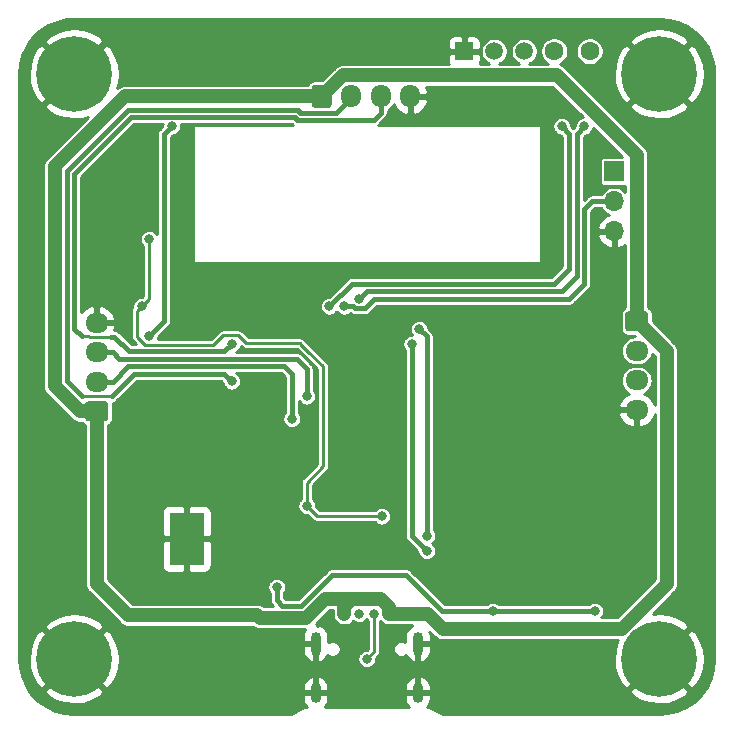
<source format=gbr>
G04 #@! TF.GenerationSoftware,KiCad,Pcbnew,(5.1.9)-1*
G04 #@! TF.CreationDate,2022-02-01T14:59:44+01:00*
G04 #@! TF.ProjectId,ESPCraft,45535043-7261-4667-942e-6b696361645f,rev?*
G04 #@! TF.SameCoordinates,Original*
G04 #@! TF.FileFunction,Copper,L2,Bot*
G04 #@! TF.FilePolarity,Positive*
%FSLAX46Y46*%
G04 Gerber Fmt 4.6, Leading zero omitted, Abs format (unit mm)*
G04 Created by KiCad (PCBNEW (5.1.9)-1) date 2022-02-01 14:59:44*
%MOMM*%
%LPD*%
G01*
G04 APERTURE LIST*
G04 #@! TA.AperFunction,ComponentPad*
%ADD10O,1.700000X1.950000*%
G04 #@! TD*
G04 #@! TA.AperFunction,ComponentPad*
%ADD11O,1.700000X1.700000*%
G04 #@! TD*
G04 #@! TA.AperFunction,ComponentPad*
%ADD12R,1.700000X1.700000*%
G04 #@! TD*
G04 #@! TA.AperFunction,ComponentPad*
%ADD13C,0.800000*%
G04 #@! TD*
G04 #@! TA.AperFunction,ComponentPad*
%ADD14C,6.400000*%
G04 #@! TD*
G04 #@! TA.AperFunction,ComponentPad*
%ADD15O,1.950000X1.700000*%
G04 #@! TD*
G04 #@! TA.AperFunction,ComponentPad*
%ADD16C,1.600000*%
G04 #@! TD*
G04 #@! TA.AperFunction,ComponentPad*
%ADD17O,0.900000X2.000000*%
G04 #@! TD*
G04 #@! TA.AperFunction,ComponentPad*
%ADD18O,0.900000X1.700000*%
G04 #@! TD*
G04 #@! TA.AperFunction,ComponentPad*
%ADD19C,1.500000*%
G04 #@! TD*
G04 #@! TA.AperFunction,ComponentPad*
%ADD20R,1.500000X1.500000*%
G04 #@! TD*
G04 #@! TA.AperFunction,SMDPad,CuDef*
%ADD21R,2.950000X4.500000*%
G04 #@! TD*
G04 #@! TA.AperFunction,ComponentPad*
%ADD22C,0.600000*%
G04 #@! TD*
G04 #@! TA.AperFunction,ViaPad*
%ADD23C,0.800000*%
G04 #@! TD*
G04 #@! TA.AperFunction,Conductor*
%ADD24C,0.250000*%
G04 #@! TD*
G04 #@! TA.AperFunction,Conductor*
%ADD25C,0.400000*%
G04 #@! TD*
G04 #@! TA.AperFunction,Conductor*
%ADD26C,1.200000*%
G04 #@! TD*
G04 #@! TA.AperFunction,Conductor*
%ADD27C,0.254000*%
G04 #@! TD*
G04 #@! TA.AperFunction,Conductor*
%ADD28C,0.100000*%
G04 #@! TD*
G04 APERTURE END LIST*
G04 #@! TA.AperFunction,ComponentPad*
G36*
G01*
X138850000Y-80735000D02*
X138850000Y-79285000D01*
G75*
G02*
X139100000Y-79035000I250000J0D01*
G01*
X140300000Y-79035000D01*
G75*
G02*
X140550000Y-79285000I0J-250000D01*
G01*
X140550000Y-80735000D01*
G75*
G02*
X140300000Y-80985000I-250000J0D01*
G01*
X139100000Y-80985000D01*
G75*
G02*
X138850000Y-80735000I0J250000D01*
G01*
G37*
G04 #@! TD.AperFunction*
D10*
X142200000Y-80010000D03*
X144700000Y-80010000D03*
X147200000Y-80010000D03*
D11*
X164465000Y-91440000D03*
X164465000Y-88900000D03*
D12*
X164465000Y-86360000D03*
D13*
X120442056Y-76407944D03*
X118745000Y-75705000D03*
X117047944Y-76407944D03*
X116345000Y-78105000D03*
X117047944Y-79802056D03*
X118745000Y-80505000D03*
X120442056Y-79802056D03*
X121145000Y-78105000D03*
D14*
X118745000Y-78105000D03*
X168275000Y-78105000D03*
D13*
X170675000Y-78105000D03*
X169972056Y-79802056D03*
X168275000Y-80505000D03*
X166577944Y-79802056D03*
X165875000Y-78105000D03*
X166577944Y-76407944D03*
X168275000Y-75705000D03*
X169972056Y-76407944D03*
X169972056Y-125937944D03*
X168275000Y-125235000D03*
X166577944Y-125937944D03*
X165875000Y-127635000D03*
X166577944Y-129332056D03*
X168275000Y-130035000D03*
X169972056Y-129332056D03*
X170675000Y-127635000D03*
D14*
X168275000Y-127635000D03*
X118745000Y-127635000D03*
D13*
X121145000Y-127635000D03*
X120442056Y-129332056D03*
X118745000Y-130035000D03*
X117047944Y-129332056D03*
X116345000Y-127635000D03*
X117047944Y-125937944D03*
X118745000Y-125235000D03*
X120442056Y-125937944D03*
G04 #@! TA.AperFunction,ComponentPad*
G36*
G01*
X165645000Y-98210000D02*
X167095000Y-98210000D01*
G75*
G02*
X167345000Y-98460000I0J-250000D01*
G01*
X167345000Y-99660000D01*
G75*
G02*
X167095000Y-99910000I-250000J0D01*
G01*
X165645000Y-99910000D01*
G75*
G02*
X165395000Y-99660000I0J250000D01*
G01*
X165395000Y-98460000D01*
G75*
G02*
X165645000Y-98210000I250000J0D01*
G01*
G37*
G04 #@! TD.AperFunction*
D15*
X166370000Y-101560000D03*
X166370000Y-104060000D03*
X166370000Y-106560000D03*
X120650000Y-99180000D03*
X120650000Y-101680000D03*
X120650000Y-104180000D03*
G04 #@! TA.AperFunction,ComponentPad*
G36*
G01*
X121375000Y-107530000D02*
X119925000Y-107530000D01*
G75*
G02*
X119675000Y-107280000I0J250000D01*
G01*
X119675000Y-106080000D01*
G75*
G02*
X119925000Y-105830000I250000J0D01*
G01*
X121375000Y-105830000D01*
G75*
G02*
X121625000Y-106080000I0J-250000D01*
G01*
X121625000Y-107280000D01*
G75*
G02*
X121375000Y-107530000I-250000J0D01*
G01*
G37*
G04 #@! TD.AperFunction*
D16*
X159385000Y-76200000D03*
X162385000Y-76200000D03*
D17*
X139190000Y-126340000D03*
X147830000Y-126340000D03*
D18*
X139190000Y-130510000D03*
X147830000Y-130510000D03*
D19*
X154305000Y-76200000D03*
X156845000Y-76200000D03*
D20*
X151765000Y-76200000D03*
D21*
X128270000Y-117475000D03*
D22*
X128870000Y-119275000D03*
X128870000Y-118075000D03*
X127670000Y-118075000D03*
X127670000Y-119275000D03*
X128870000Y-115675000D03*
X128870000Y-116775000D03*
X127670000Y-116775000D03*
X127670000Y-115675000D03*
D23*
X130810000Y-99060000D03*
X120015000Y-89535000D03*
X127635000Y-92075000D03*
X130810000Y-107950000D03*
X130810000Y-104775000D03*
X148590000Y-120015000D03*
X143510000Y-107950000D03*
X146304000Y-105410000D03*
X146050000Y-98425000D03*
X156210000Y-99060000D03*
X128778000Y-113792000D03*
X124460000Y-113411000D03*
X152527000Y-129540000D03*
X146177000Y-118491000D03*
X138084758Y-111195805D03*
X135890000Y-117602000D03*
X135890000Y-118872000D03*
X140589000Y-114681000D03*
X134874000Y-129159000D03*
X163068000Y-84074000D03*
X158750000Y-119126000D03*
X145415000Y-123825000D03*
X141605000Y-123825000D03*
X154178000Y-123571000D03*
X135890000Y-121539000D03*
X148590000Y-117221000D03*
X147955000Y-99695000D03*
X148590000Y-118491000D03*
X147320000Y-100965000D03*
X125095000Y-92075000D03*
X124460000Y-97790000D03*
X138430000Y-114681000D03*
X144780000Y-115570000D03*
X141605000Y-97790000D03*
X125095000Y-100330000D03*
X127000000Y-82550000D03*
X142875000Y-97155000D03*
X161925000Y-82550000D03*
X140335000Y-97790000D03*
X160020000Y-82550000D03*
X142875000Y-123825000D03*
X143510000Y-127635000D03*
X144145000Y-123825000D03*
X134239000Y-123952000D03*
X156845000Y-125095000D03*
X162814000Y-123571000D03*
X138430000Y-105410000D03*
X137160000Y-107315000D03*
X132080000Y-104140000D03*
X132080000Y-100965000D03*
D24*
X147830000Y-126255000D02*
X147830000Y-125705000D01*
X139190000Y-125705000D02*
X139190000Y-126255000D01*
D25*
X137519073Y-111195805D02*
X137414000Y-111300878D01*
X138084758Y-111195805D02*
X137519073Y-111195805D01*
D26*
X141605000Y-123825000D02*
X141605000Y-123190000D01*
X141605000Y-123190000D02*
X142240000Y-122555000D01*
X145415000Y-123259315D02*
X145415000Y-123825000D01*
X144710685Y-122555000D02*
X145415000Y-123259315D01*
X142240000Y-122555000D02*
X144710685Y-122555000D01*
X164465000Y-86457998D02*
X164465000Y-86360000D01*
D25*
X148590000Y-100330000D02*
X147955000Y-99695000D01*
X148590000Y-117221000D02*
X148590000Y-100330000D01*
D24*
X147758991Y-117659991D02*
X147828000Y-117729000D01*
X147758991Y-117659991D02*
X148082000Y-117983000D01*
X148082000Y-117983000D02*
X148590000Y-118491000D01*
X147828000Y-117729000D02*
X148082000Y-117983000D01*
D25*
X147320000Y-117221000D02*
X148590000Y-118491000D01*
X147320000Y-100965000D02*
X147320000Y-117221000D01*
D24*
X125095000Y-92075000D02*
X125095000Y-97155000D01*
X125095000Y-97155000D02*
X124460000Y-97790000D01*
X139790001Y-111346001D02*
X139790001Y-102852525D01*
X138430000Y-114681000D02*
X138430000Y-112706002D01*
X138430000Y-112706002D02*
X139790001Y-111346001D01*
X138483738Y-101546262D02*
X137902476Y-100965000D01*
X139790001Y-102852525D02*
X138483738Y-101546262D01*
X124060001Y-98189999D02*
X124460000Y-97790000D01*
X124060001Y-100368003D02*
X124060001Y-98189999D01*
X124746999Y-101055001D02*
X124060001Y-100368003D01*
X138483738Y-101546262D02*
X137848738Y-100911262D01*
X133296262Y-100911262D02*
X132624999Y-100239999D01*
X132624999Y-100239999D02*
X131354999Y-100239999D01*
X131354999Y-100239999D02*
X130539997Y-101055001D01*
X137848738Y-100911262D02*
X133296262Y-100911262D01*
X130539997Y-101055001D02*
X124746999Y-101055001D01*
X139319000Y-115570000D02*
X144780000Y-115570000D01*
X138430000Y-114681000D02*
X139319000Y-115570000D01*
D25*
X162560000Y-88900000D02*
X164465000Y-88900000D01*
X160655000Y-97155000D02*
X161925000Y-95885000D01*
X161925000Y-95885000D02*
X161925000Y-89535000D01*
X161925000Y-89535000D02*
X162560000Y-88900000D01*
X144145000Y-97155000D02*
X160655000Y-97155000D01*
X143344999Y-97955001D02*
X144145000Y-97155000D01*
X142490999Y-97955001D02*
X143344999Y-97955001D01*
X142325998Y-97790000D02*
X142490999Y-97955001D01*
X141605000Y-97790000D02*
X142325998Y-97790000D01*
X126365000Y-99060000D02*
X125095000Y-100330000D01*
X127000000Y-82550000D02*
X126365000Y-83185000D01*
X126365000Y-83185000D02*
X126365000Y-99060000D01*
X142875000Y-97155000D02*
X143510000Y-96520000D01*
X143510000Y-96520000D02*
X159385000Y-96520000D01*
X159385000Y-96520000D02*
X160020000Y-96520000D01*
X160020000Y-96520000D02*
X161290000Y-95250000D01*
X161290000Y-95250000D02*
X161290000Y-83185000D01*
X161290000Y-83185000D02*
X161925000Y-82550000D01*
X140335000Y-97790000D02*
X142240000Y-95885000D01*
X142240000Y-95885000D02*
X159385000Y-95885000D01*
X159385000Y-95885000D02*
X160655000Y-94615000D01*
X160655000Y-94615000D02*
X160655000Y-83185000D01*
X160655000Y-83185000D02*
X160020000Y-82550000D01*
D24*
X143510000Y-127635000D02*
X144145000Y-127000000D01*
X144145000Y-127000000D02*
X144145000Y-123825000D01*
D26*
X139700000Y-80010000D02*
X139741534Y-80010000D01*
X139741534Y-80010000D02*
X141516544Y-78234990D01*
X166370000Y-84963000D02*
X166370000Y-99060000D01*
X141516544Y-78234990D02*
X159641990Y-78234990D01*
X159641990Y-78234990D02*
X166370000Y-84963000D01*
X134439000Y-124152000D02*
X134239000Y-123952000D01*
X138374227Y-124152000D02*
X134439000Y-124152000D01*
X139971226Y-122555000D02*
X138374227Y-124152000D01*
X142240000Y-122555000D02*
X139971226Y-122555000D01*
X123317000Y-123952000D02*
X120650000Y-121285000D01*
X134239000Y-123952000D02*
X123317000Y-123952000D01*
X120650000Y-106680000D02*
X120650000Y-121285000D01*
X119575000Y-106680000D02*
X120650000Y-106680000D01*
X119235773Y-106680000D02*
X119575000Y-106680000D01*
X117109990Y-104554217D02*
X119235773Y-106680000D01*
X117109990Y-85948589D02*
X117109990Y-104554217D01*
X123048580Y-80010000D02*
X117109990Y-85948589D01*
X139700000Y-80010000D02*
X123048580Y-80010000D01*
X148699774Y-123825000D02*
X145415000Y-123825000D01*
X149969774Y-125095000D02*
X148699774Y-123825000D01*
X168910000Y-121285000D02*
X165100000Y-125095000D01*
X168910000Y-101600000D02*
X168910000Y-121285000D01*
X166370000Y-99060000D02*
X168910000Y-101600000D01*
X156845000Y-125095000D02*
X149969774Y-125095000D01*
X165100000Y-125095000D02*
X156845000Y-125095000D01*
D25*
X149860000Y-123571000D02*
X153035000Y-123571000D01*
X146843980Y-120554980D02*
X149860000Y-123571000D01*
X140557020Y-120554980D02*
X146843980Y-120554980D01*
X137960010Y-123151990D02*
X140557020Y-120554980D01*
X136359990Y-123151990D02*
X137960010Y-123151990D01*
X135890000Y-122682000D02*
X136359990Y-123151990D01*
X135890000Y-121539000D02*
X135890000Y-122682000D01*
X162814000Y-123571000D02*
X153035000Y-123571000D01*
X122025000Y-101680000D02*
X122580000Y-102235000D01*
X120650000Y-101680000D02*
X122025000Y-101680000D01*
X122580000Y-102235000D02*
X135255000Y-102235000D01*
X135255000Y-102235000D02*
X137581458Y-102235000D01*
X137581458Y-102235000D02*
X138430000Y-103083542D01*
X138430000Y-103083542D02*
X138430000Y-105410000D01*
X122025000Y-104180000D02*
X123335000Y-102870000D01*
X120650000Y-104180000D02*
X122025000Y-104180000D01*
X123335000Y-102870000D02*
X135255000Y-102870000D01*
X135255000Y-102870000D02*
X135468542Y-102870000D01*
X135468542Y-102870000D02*
X136525000Y-102870000D01*
X136525000Y-102870000D02*
X137160000Y-103505000D01*
X137160000Y-103505000D02*
X137160000Y-107315000D01*
X118110000Y-101765000D02*
X118110000Y-102235000D01*
X118110000Y-103015000D02*
X118110000Y-101765000D01*
X118110000Y-103015000D02*
X118110000Y-104140000D01*
X118110000Y-104140000D02*
X119380000Y-105410000D01*
D24*
X119380000Y-105410000D02*
X121920000Y-105410000D01*
D25*
X123825000Y-103505000D02*
X124460000Y-103505000D01*
X121920000Y-105410000D02*
X123825000Y-103505000D01*
X124038542Y-103505000D02*
X124460000Y-103505000D01*
X124460000Y-103505000D02*
X131445000Y-103505000D01*
X131445000Y-103505000D02*
X132080000Y-104140000D01*
X118110000Y-86362806D02*
X118110000Y-93980000D01*
X123322817Y-81149989D02*
X118110000Y-86362806D01*
X137664989Y-81149989D02*
X123322817Y-81149989D01*
X142200000Y-80135000D02*
X140949990Y-81385010D01*
X118110000Y-93980000D02*
X118110000Y-101765000D01*
X137900010Y-81385010D02*
X137664989Y-81149989D01*
X140949990Y-81385010D02*
X137900010Y-81385010D01*
X142200000Y-80010000D02*
X142200000Y-80135000D01*
D24*
X120038295Y-100355010D02*
X121894990Y-100355010D01*
X119380000Y-100330000D02*
X120013285Y-100330000D01*
X120013285Y-100330000D02*
X120038295Y-100355010D01*
D25*
X122158552Y-100355010D02*
X123403542Y-101600000D01*
X121894990Y-100355010D02*
X122158552Y-100355010D01*
X123403542Y-101600000D02*
X125730000Y-101600000D01*
X125730000Y-101600000D02*
X131445000Y-101600000D01*
X131445000Y-101600000D02*
X132080000Y-100965000D01*
X144099981Y-81985019D02*
X144700000Y-81385000D01*
X137651478Y-81985020D02*
X144099981Y-81985019D01*
X144700000Y-81385000D02*
X144700000Y-80010000D01*
X137416457Y-81749999D02*
X137651478Y-81985020D01*
X123571349Y-81749999D02*
X137416457Y-81749999D01*
X118745000Y-86576348D02*
X123571349Y-81749999D01*
X118745000Y-99695000D02*
X118745000Y-86576348D01*
X119380000Y-100330000D02*
X118745000Y-99695000D01*
D27*
X169102412Y-73506458D02*
X169903664Y-73725656D01*
X170653438Y-74083281D01*
X171328037Y-74568029D01*
X171906125Y-75164571D01*
X172369443Y-75854059D01*
X172703341Y-76614701D01*
X172898011Y-77425562D01*
X172949000Y-78119892D01*
X172949001Y-127616904D01*
X172873542Y-128462412D01*
X172654345Y-129263663D01*
X172296719Y-130013438D01*
X171811975Y-130688032D01*
X171215432Y-131266123D01*
X170525938Y-131729444D01*
X169765300Y-132063341D01*
X168954438Y-132258011D01*
X168260108Y-132309000D01*
X149955844Y-132309000D01*
X148776533Y-131719345D01*
X148746121Y-131703090D01*
X148721631Y-131695661D01*
X148697753Y-131686524D01*
X148683468Y-131684085D01*
X148669590Y-131679875D01*
X148644126Y-131677367D01*
X148618920Y-131673063D01*
X148604463Y-131673457D01*
X148661587Y-131618391D01*
X148783809Y-131442545D01*
X148869376Y-131246233D01*
X148915000Y-131037000D01*
X148915000Y-130637000D01*
X147957000Y-130637000D01*
X147957000Y-130657000D01*
X147703000Y-130657000D01*
X147703000Y-130637000D01*
X146745000Y-130637000D01*
X146745000Y-131037000D01*
X146790624Y-131246233D01*
X146876191Y-131442545D01*
X146998413Y-131618391D01*
X147056101Y-131674000D01*
X139963899Y-131674000D01*
X140021587Y-131618391D01*
X140143809Y-131442545D01*
X140229376Y-131246233D01*
X140275000Y-131037000D01*
X140275000Y-130637000D01*
X139317000Y-130637000D01*
X139317000Y-130657000D01*
X139063000Y-130657000D01*
X139063000Y-130637000D01*
X138105000Y-130637000D01*
X138105000Y-131037000D01*
X138150624Y-131246233D01*
X138236191Y-131442545D01*
X138358413Y-131618391D01*
X138415537Y-131673457D01*
X138401079Y-131673063D01*
X138375871Y-131677367D01*
X138350410Y-131679875D01*
X138336534Y-131684084D01*
X138322245Y-131686524D01*
X138298360Y-131695664D01*
X138273879Y-131703090D01*
X138243495Y-131719330D01*
X137064158Y-132309000D01*
X118763085Y-132309000D01*
X117917588Y-132233542D01*
X117116337Y-132014345D01*
X116366562Y-131656719D01*
X115691968Y-131171975D01*
X115113877Y-130575432D01*
X114952906Y-130335881D01*
X116223724Y-130335881D01*
X116583912Y-130825548D01*
X117247882Y-131185849D01*
X117969385Y-131409694D01*
X118720695Y-131488480D01*
X119472938Y-131419178D01*
X120197208Y-131204452D01*
X120865670Y-130852555D01*
X120906088Y-130825548D01*
X121266276Y-130335881D01*
X118745000Y-127814605D01*
X116223724Y-130335881D01*
X114952906Y-130335881D01*
X114650556Y-129885938D01*
X114316659Y-129125300D01*
X114121989Y-128314438D01*
X114071000Y-127620108D01*
X114071000Y-127610695D01*
X114891520Y-127610695D01*
X114960822Y-128362938D01*
X115175548Y-129087208D01*
X115527445Y-129755670D01*
X115554452Y-129796088D01*
X116044119Y-130156276D01*
X118565395Y-127635000D01*
X118924605Y-127635000D01*
X121445881Y-130156276D01*
X121681445Y-129983000D01*
X138105000Y-129983000D01*
X138105000Y-130383000D01*
X139063000Y-130383000D01*
X139063000Y-129192498D01*
X139317000Y-129192498D01*
X139317000Y-130383000D01*
X140275000Y-130383000D01*
X140275000Y-129983000D01*
X146745000Y-129983000D01*
X146745000Y-130383000D01*
X147703000Y-130383000D01*
X147703000Y-129192498D01*
X147957000Y-129192498D01*
X147957000Y-130383000D01*
X148915000Y-130383000D01*
X148915000Y-130335881D01*
X165753724Y-130335881D01*
X166113912Y-130825548D01*
X166777882Y-131185849D01*
X167499385Y-131409694D01*
X168250695Y-131488480D01*
X169002938Y-131419178D01*
X169727208Y-131204452D01*
X170395670Y-130852555D01*
X170436088Y-130825548D01*
X170796276Y-130335881D01*
X168275000Y-127814605D01*
X165753724Y-130335881D01*
X148915000Y-130335881D01*
X148915000Y-129983000D01*
X148869376Y-129773767D01*
X148783809Y-129577455D01*
X148661587Y-129401609D01*
X148507408Y-129252986D01*
X148327197Y-129137298D01*
X148124001Y-129065592D01*
X147957000Y-129192498D01*
X147703000Y-129192498D01*
X147535999Y-129065592D01*
X147332803Y-129137298D01*
X147152592Y-129252986D01*
X146998413Y-129401609D01*
X146876191Y-129577455D01*
X146790624Y-129773767D01*
X146745000Y-129983000D01*
X140275000Y-129983000D01*
X140229376Y-129773767D01*
X140143809Y-129577455D01*
X140021587Y-129401609D01*
X139867408Y-129252986D01*
X139687197Y-129137298D01*
X139484001Y-129065592D01*
X139317000Y-129192498D01*
X139063000Y-129192498D01*
X138895999Y-129065592D01*
X138692803Y-129137298D01*
X138512592Y-129252986D01*
X138358413Y-129401609D01*
X138236191Y-129577455D01*
X138150624Y-129773767D01*
X138105000Y-129983000D01*
X121681445Y-129983000D01*
X121935548Y-129796088D01*
X122295849Y-129132118D01*
X122519694Y-128410615D01*
X122598480Y-127659305D01*
X122529178Y-126907062D01*
X122398712Y-126467000D01*
X138105000Y-126467000D01*
X138105000Y-127017000D01*
X138150624Y-127226233D01*
X138236191Y-127422545D01*
X138358413Y-127598391D01*
X138512592Y-127747014D01*
X138692803Y-127862702D01*
X138895999Y-127934408D01*
X139063000Y-127807502D01*
X139063000Y-126467000D01*
X138105000Y-126467000D01*
X122398712Y-126467000D01*
X122314452Y-126182792D01*
X121962555Y-125514330D01*
X121935548Y-125473912D01*
X121445881Y-125113724D01*
X118924605Y-127635000D01*
X118565395Y-127635000D01*
X116044119Y-125113724D01*
X115554452Y-125473912D01*
X115194151Y-126137882D01*
X114970306Y-126859385D01*
X114891520Y-127610695D01*
X114071000Y-127610695D01*
X114071000Y-124934119D01*
X116223724Y-124934119D01*
X118745000Y-127455395D01*
X121266276Y-124934119D01*
X120906088Y-124444452D01*
X120242118Y-124084151D01*
X119520615Y-123860306D01*
X118769305Y-123781520D01*
X118017062Y-123850822D01*
X117292792Y-124065548D01*
X116624330Y-124417445D01*
X116583912Y-124444452D01*
X116223724Y-124934119D01*
X114071000Y-124934119D01*
X114071000Y-85948589D01*
X116124244Y-85948589D01*
X116128990Y-85996775D01*
X116128991Y-104506021D01*
X116124244Y-104554217D01*
X116143185Y-104746526D01*
X116199279Y-104931445D01*
X116285996Y-105093680D01*
X116290373Y-105101868D01*
X116412963Y-105251245D01*
X116450392Y-105281962D01*
X118508028Y-107339599D01*
X118538745Y-107377028D01*
X118688122Y-107499618D01*
X118858544Y-107590711D01*
X119043463Y-107646805D01*
X119235772Y-107665746D01*
X119283959Y-107661000D01*
X119422947Y-107661000D01*
X119477512Y-107727488D01*
X119573411Y-107806190D01*
X119669000Y-107857284D01*
X119669001Y-121236804D01*
X119664254Y-121285000D01*
X119683195Y-121477309D01*
X119739289Y-121662228D01*
X119827499Y-121827256D01*
X119830383Y-121832651D01*
X119952973Y-121982028D01*
X119990402Y-122012745D01*
X122589254Y-124611598D01*
X122619972Y-124649028D01*
X122657401Y-124679745D01*
X122769349Y-124771618D01*
X122939771Y-124862711D01*
X123124690Y-124918805D01*
X123317000Y-124937746D01*
X123365187Y-124933000D01*
X133844293Y-124933000D01*
X133891349Y-124971618D01*
X134061771Y-125062711D01*
X134168215Y-125095000D01*
X134246690Y-125118805D01*
X134439000Y-125137746D01*
X134487186Y-125133000D01*
X138322694Y-125133000D01*
X138236191Y-125257455D01*
X138150624Y-125453767D01*
X138105000Y-125663000D01*
X138105000Y-126213000D01*
X139063000Y-126213000D01*
X139063000Y-126193000D01*
X139317000Y-126193000D01*
X139317000Y-126213000D01*
X139337000Y-126213000D01*
X139337000Y-126467000D01*
X139317000Y-126467000D01*
X139317000Y-127807502D01*
X139484001Y-127934408D01*
X139687197Y-127862702D01*
X139867408Y-127747014D01*
X140021587Y-127598391D01*
X140143809Y-127422545D01*
X140178918Y-127341997D01*
X140185888Y-127348967D01*
X140297426Y-127423494D01*
X140421360Y-127474829D01*
X140552927Y-127501000D01*
X140687073Y-127501000D01*
X140818640Y-127474829D01*
X140942574Y-127423494D01*
X141054112Y-127348967D01*
X141148967Y-127254112D01*
X141223494Y-127142574D01*
X141274829Y-127018640D01*
X141301000Y-126887073D01*
X141301000Y-126752927D01*
X141274829Y-126621360D01*
X141223494Y-126497426D01*
X141148967Y-126385888D01*
X141054112Y-126291033D01*
X140942574Y-126216506D01*
X140818640Y-126165171D01*
X140687073Y-126139000D01*
X140552927Y-126139000D01*
X140421360Y-126165171D01*
X140297426Y-126216506D01*
X140275000Y-126231491D01*
X140275000Y-125663000D01*
X140229376Y-125453767D01*
X140143809Y-125257455D01*
X140021587Y-125081609D01*
X139867408Y-124932986D01*
X139687197Y-124817298D01*
X139484001Y-124745592D01*
X139317002Y-124872496D01*
X139317002Y-124705000D01*
X139208569Y-124705000D01*
X140377570Y-123536000D01*
X140624000Y-123536000D01*
X140624000Y-123873186D01*
X140638195Y-124017309D01*
X140694289Y-124202228D01*
X140785382Y-124372651D01*
X140907972Y-124522028D01*
X141057349Y-124644618D01*
X141227771Y-124735711D01*
X141412690Y-124791805D01*
X141605000Y-124810746D01*
X141797309Y-124791805D01*
X141982228Y-124735711D01*
X142152651Y-124644618D01*
X142302028Y-124522028D01*
X142376627Y-124431128D01*
X142377141Y-124431642D01*
X142505058Y-124517113D01*
X142647191Y-124575987D01*
X142798078Y-124606000D01*
X142951922Y-124606000D01*
X143102809Y-124575987D01*
X143244942Y-124517113D01*
X143372859Y-124431642D01*
X143481642Y-124322859D01*
X143510000Y-124280418D01*
X143538358Y-124322859D01*
X143639001Y-124423502D01*
X143639000Y-126790408D01*
X143575408Y-126854000D01*
X143433078Y-126854000D01*
X143282191Y-126884013D01*
X143140058Y-126942887D01*
X143012141Y-127028358D01*
X142903358Y-127137141D01*
X142817887Y-127265058D01*
X142759013Y-127407191D01*
X142729000Y-127558078D01*
X142729000Y-127711922D01*
X142759013Y-127862809D01*
X142817887Y-128004942D01*
X142903358Y-128132859D01*
X143012141Y-128241642D01*
X143140058Y-128327113D01*
X143282191Y-128385987D01*
X143433078Y-128416000D01*
X143586922Y-128416000D01*
X143737809Y-128385987D01*
X143879942Y-128327113D01*
X144007859Y-128241642D01*
X144116642Y-128132859D01*
X144202113Y-128004942D01*
X144260987Y-127862809D01*
X144291000Y-127711922D01*
X144291000Y-127569592D01*
X144485220Y-127375372D01*
X144504527Y-127359527D01*
X144567759Y-127282479D01*
X144614745Y-127194575D01*
X144643678Y-127099193D01*
X144651000Y-127024854D01*
X144651000Y-127024853D01*
X144653448Y-127000000D01*
X144651000Y-126975146D01*
X144651000Y-124440422D01*
X144717972Y-124522028D01*
X144867349Y-124644618D01*
X145037771Y-124735711D01*
X145222690Y-124791805D01*
X145366813Y-124806000D01*
X145366814Y-124806000D01*
X145415000Y-124810746D01*
X145463187Y-124806000D01*
X147364819Y-124806000D01*
X147332803Y-124817298D01*
X147152592Y-124932986D01*
X146998413Y-125081609D01*
X146876191Y-125257455D01*
X146790624Y-125453767D01*
X146745000Y-125663000D01*
X146745000Y-126231491D01*
X146722574Y-126216506D01*
X146598640Y-126165171D01*
X146467073Y-126139000D01*
X146332927Y-126139000D01*
X146201360Y-126165171D01*
X146077426Y-126216506D01*
X145965888Y-126291033D01*
X145871033Y-126385888D01*
X145796506Y-126497426D01*
X145745171Y-126621360D01*
X145719000Y-126752927D01*
X145719000Y-126887073D01*
X145745171Y-127018640D01*
X145796506Y-127142574D01*
X145871033Y-127254112D01*
X145965888Y-127348967D01*
X146077426Y-127423494D01*
X146201360Y-127474829D01*
X146332927Y-127501000D01*
X146467073Y-127501000D01*
X146598640Y-127474829D01*
X146722574Y-127423494D01*
X146834112Y-127348967D01*
X146841082Y-127341997D01*
X146876191Y-127422545D01*
X146998413Y-127598391D01*
X147152592Y-127747014D01*
X147332803Y-127862702D01*
X147535999Y-127934408D01*
X147703000Y-127807502D01*
X147703000Y-126467000D01*
X147957000Y-126467000D01*
X147957000Y-127807502D01*
X148124001Y-127934408D01*
X148327197Y-127862702D01*
X148507408Y-127747014D01*
X148661587Y-127598391D01*
X148783809Y-127422545D01*
X148869376Y-127226233D01*
X148915000Y-127017000D01*
X148915000Y-126467000D01*
X147957000Y-126467000D01*
X147703000Y-126467000D01*
X147683000Y-126467000D01*
X147683000Y-126213000D01*
X147703000Y-126213000D01*
X147703000Y-126193000D01*
X147957000Y-126193000D01*
X147957000Y-126213000D01*
X148915000Y-126213000D01*
X148915000Y-125663000D01*
X148869376Y-125453767D01*
X148813883Y-125326452D01*
X149242024Y-125754593D01*
X149272746Y-125792028D01*
X149422123Y-125914618D01*
X149592545Y-126005711D01*
X149756419Y-126055421D01*
X149777464Y-126061805D01*
X149969773Y-126080746D01*
X150017960Y-126076000D01*
X164757731Y-126076000D01*
X164724151Y-126137882D01*
X164500306Y-126859385D01*
X164421520Y-127610695D01*
X164490822Y-128362938D01*
X164705548Y-129087208D01*
X165057445Y-129755670D01*
X165084452Y-129796088D01*
X165574119Y-130156276D01*
X168095395Y-127635000D01*
X168454605Y-127635000D01*
X170975881Y-130156276D01*
X171465548Y-129796088D01*
X171825849Y-129132118D01*
X172049694Y-128410615D01*
X172128480Y-127659305D01*
X172059178Y-126907062D01*
X171844452Y-126182792D01*
X171492555Y-125514330D01*
X171465548Y-125473912D01*
X170975881Y-125113724D01*
X168454605Y-127635000D01*
X168095395Y-127635000D01*
X168081253Y-127620858D01*
X168260858Y-127441253D01*
X168275000Y-127455395D01*
X170796276Y-124934119D01*
X170436088Y-124444452D01*
X169772118Y-124084151D01*
X169050615Y-123860306D01*
X168299305Y-123781520D01*
X167750240Y-123832104D01*
X169569599Y-122012745D01*
X169607028Y-121982028D01*
X169729618Y-121832651D01*
X169820711Y-121662229D01*
X169876805Y-121477310D01*
X169891000Y-121333187D01*
X169895746Y-121285000D01*
X169891000Y-121236814D01*
X169891000Y-101648183D01*
X169895746Y-101599999D01*
X169890453Y-101546262D01*
X169876805Y-101407690D01*
X169820711Y-101222771D01*
X169729618Y-101052349D01*
X169607028Y-100902972D01*
X169569593Y-100872250D01*
X167727843Y-99030500D01*
X167727843Y-98460000D01*
X167715683Y-98336538D01*
X167679671Y-98217821D01*
X167621190Y-98108411D01*
X167542488Y-98012512D01*
X167446589Y-97933810D01*
X167351000Y-97882716D01*
X167351000Y-85011186D01*
X167355746Y-84963000D01*
X167336805Y-84770690D01*
X167280711Y-84585771D01*
X167189618Y-84415349D01*
X167097745Y-84303401D01*
X167067028Y-84265972D01*
X167029599Y-84235255D01*
X163600225Y-80805881D01*
X165753724Y-80805881D01*
X166113912Y-81295548D01*
X166777882Y-81655849D01*
X167499385Y-81879694D01*
X168250695Y-81958480D01*
X169002938Y-81889178D01*
X169727208Y-81674452D01*
X170395670Y-81322555D01*
X170436088Y-81295548D01*
X170796276Y-80805881D01*
X168275000Y-78284605D01*
X165753724Y-80805881D01*
X163600225Y-80805881D01*
X160875039Y-78080695D01*
X164421520Y-78080695D01*
X164490822Y-78832938D01*
X164705548Y-79557208D01*
X165057445Y-80225670D01*
X165084452Y-80266088D01*
X165574119Y-80626276D01*
X168095395Y-78105000D01*
X168454605Y-78105000D01*
X170975881Y-80626276D01*
X171465548Y-80266088D01*
X171825849Y-79602118D01*
X172049694Y-78880615D01*
X172128480Y-78129305D01*
X172059178Y-77377062D01*
X171844452Y-76652792D01*
X171492555Y-75984330D01*
X171465548Y-75943912D01*
X170975881Y-75583724D01*
X168454605Y-78105000D01*
X168095395Y-78105000D01*
X165574119Y-75583724D01*
X165084452Y-75943912D01*
X164724151Y-76607882D01*
X164500306Y-77329385D01*
X164421520Y-78080695D01*
X160875039Y-78080695D01*
X160369740Y-77575397D01*
X160339018Y-77537962D01*
X160189641Y-77415372D01*
X160019219Y-77324279D01*
X159867765Y-77278336D01*
X159944413Y-77246588D01*
X160137843Y-77117342D01*
X160302342Y-76952843D01*
X160431588Y-76759413D01*
X160520614Y-76544485D01*
X160566000Y-76316318D01*
X160566000Y-76083682D01*
X161204000Y-76083682D01*
X161204000Y-76316318D01*
X161249386Y-76544485D01*
X161338412Y-76759413D01*
X161467658Y-76952843D01*
X161632157Y-77117342D01*
X161825587Y-77246588D01*
X162040515Y-77335614D01*
X162268682Y-77381000D01*
X162501318Y-77381000D01*
X162729485Y-77335614D01*
X162944413Y-77246588D01*
X163137843Y-77117342D01*
X163302342Y-76952843D01*
X163431588Y-76759413D01*
X163520614Y-76544485D01*
X163566000Y-76316318D01*
X163566000Y-76083682D01*
X163520614Y-75855515D01*
X163431588Y-75640587D01*
X163302342Y-75447157D01*
X163259304Y-75404119D01*
X165753724Y-75404119D01*
X168275000Y-77925395D01*
X170796276Y-75404119D01*
X170436088Y-74914452D01*
X169772118Y-74554151D01*
X169050615Y-74330306D01*
X168299305Y-74251520D01*
X167547062Y-74320822D01*
X166822792Y-74535548D01*
X166154330Y-74887445D01*
X166113912Y-74914452D01*
X165753724Y-75404119D01*
X163259304Y-75404119D01*
X163137843Y-75282658D01*
X162944413Y-75153412D01*
X162729485Y-75064386D01*
X162501318Y-75019000D01*
X162268682Y-75019000D01*
X162040515Y-75064386D01*
X161825587Y-75153412D01*
X161632157Y-75282658D01*
X161467658Y-75447157D01*
X161338412Y-75640587D01*
X161249386Y-75855515D01*
X161204000Y-76083682D01*
X160566000Y-76083682D01*
X160520614Y-75855515D01*
X160431588Y-75640587D01*
X160302342Y-75447157D01*
X160137843Y-75282658D01*
X159944413Y-75153412D01*
X159729485Y-75064386D01*
X159501318Y-75019000D01*
X159268682Y-75019000D01*
X159040515Y-75064386D01*
X158825587Y-75153412D01*
X158632157Y-75282658D01*
X158467658Y-75447157D01*
X158338412Y-75640587D01*
X158249386Y-75855515D01*
X158204000Y-76083682D01*
X158204000Y-76316318D01*
X158249386Y-76544485D01*
X158338412Y-76759413D01*
X158467658Y-76952843D01*
X158632157Y-77117342D01*
X158825587Y-77246588D01*
X158843457Y-77253990D01*
X157255887Y-77253990D01*
X157380729Y-77202279D01*
X157565970Y-77078505D01*
X157723505Y-76920970D01*
X157847279Y-76735729D01*
X157932536Y-76529900D01*
X157976000Y-76311394D01*
X157976000Y-76088606D01*
X157932536Y-75870100D01*
X157847279Y-75664271D01*
X157723505Y-75479030D01*
X157565970Y-75321495D01*
X157380729Y-75197721D01*
X157174900Y-75112464D01*
X156956394Y-75069000D01*
X156733606Y-75069000D01*
X156515100Y-75112464D01*
X156309271Y-75197721D01*
X156124030Y-75321495D01*
X155966495Y-75479030D01*
X155842721Y-75664271D01*
X155757464Y-75870100D01*
X155714000Y-76088606D01*
X155714000Y-76311394D01*
X155757464Y-76529900D01*
X155842721Y-76735729D01*
X155966495Y-76920970D01*
X156124030Y-77078505D01*
X156309271Y-77202279D01*
X156434113Y-77253990D01*
X154715887Y-77253990D01*
X154840729Y-77202279D01*
X155025970Y-77078505D01*
X155183505Y-76920970D01*
X155307279Y-76735729D01*
X155392536Y-76529900D01*
X155436000Y-76311394D01*
X155436000Y-76088606D01*
X155392536Y-75870100D01*
X155307279Y-75664271D01*
X155183505Y-75479030D01*
X155025970Y-75321495D01*
X154840729Y-75197721D01*
X154634900Y-75112464D01*
X154416394Y-75069000D01*
X154193606Y-75069000D01*
X153975100Y-75112464D01*
X153769271Y-75197721D01*
X153584030Y-75321495D01*
X153426495Y-75479030D01*
X153302721Y-75664271D01*
X153217464Y-75870100D01*
X153174000Y-76088606D01*
X153174000Y-76311394D01*
X153217464Y-76529900D01*
X153302721Y-76735729D01*
X153426495Y-76920970D01*
X153584030Y-77078505D01*
X153769271Y-77202279D01*
X153894113Y-77253990D01*
X153072532Y-77253990D01*
X153104502Y-77194180D01*
X153140812Y-77074482D01*
X153153072Y-76950000D01*
X153150000Y-76485750D01*
X152991250Y-76327000D01*
X151892000Y-76327000D01*
X151892000Y-76347000D01*
X151638000Y-76347000D01*
X151638000Y-76327000D01*
X150538750Y-76327000D01*
X150380000Y-76485750D01*
X150376928Y-76950000D01*
X150389188Y-77074482D01*
X150425498Y-77194180D01*
X150457468Y-77253990D01*
X141564730Y-77253990D01*
X141516543Y-77249244D01*
X141324904Y-77268119D01*
X141324234Y-77268185D01*
X141139315Y-77324279D01*
X140968893Y-77415372D01*
X140819516Y-77537962D01*
X140788794Y-77575397D01*
X139712034Y-78652157D01*
X139100000Y-78652157D01*
X138976538Y-78664317D01*
X138857821Y-78700329D01*
X138748411Y-78758810D01*
X138652512Y-78837512D01*
X138573810Y-78933411D01*
X138522716Y-79029000D01*
X123096766Y-79029000D01*
X123048580Y-79024254D01*
X123000393Y-79029000D01*
X122856270Y-79043195D01*
X122671351Y-79099289D01*
X122500929Y-79190382D01*
X122397171Y-79275533D01*
X122519694Y-78880615D01*
X122598480Y-78129305D01*
X122529178Y-77377062D01*
X122314452Y-76652792D01*
X121962555Y-75984330D01*
X121935548Y-75943912D01*
X121445881Y-75583724D01*
X118924605Y-78105000D01*
X118938748Y-78119143D01*
X118759143Y-78298748D01*
X118745000Y-78284605D01*
X116223724Y-80805881D01*
X116583912Y-81295548D01*
X117247882Y-81655849D01*
X117969385Y-81879694D01*
X118720695Y-81958480D01*
X119472938Y-81889178D01*
X119912324Y-81758912D01*
X116450397Y-85220839D01*
X116412962Y-85251561D01*
X116290372Y-85400938D01*
X116264528Y-85449289D01*
X116199279Y-85571361D01*
X116143185Y-85756280D01*
X116124244Y-85948589D01*
X114071000Y-85948589D01*
X114071000Y-78123085D01*
X114074783Y-78080695D01*
X114891520Y-78080695D01*
X114960822Y-78832938D01*
X115175548Y-79557208D01*
X115527445Y-80225670D01*
X115554452Y-80266088D01*
X116044119Y-80626276D01*
X118565395Y-78105000D01*
X116044119Y-75583724D01*
X115554452Y-75943912D01*
X115194151Y-76607882D01*
X114970306Y-77329385D01*
X114891520Y-78080695D01*
X114074783Y-78080695D01*
X114146458Y-77277588D01*
X114365656Y-76476336D01*
X114723281Y-75726562D01*
X114954979Y-75404119D01*
X116223724Y-75404119D01*
X118745000Y-77925395D01*
X121220395Y-75450000D01*
X150376928Y-75450000D01*
X150380000Y-75914250D01*
X150538750Y-76073000D01*
X151638000Y-76073000D01*
X151638000Y-74973750D01*
X151892000Y-74973750D01*
X151892000Y-76073000D01*
X152991250Y-76073000D01*
X153150000Y-75914250D01*
X153153072Y-75450000D01*
X153140812Y-75325518D01*
X153104502Y-75205820D01*
X153045537Y-75095506D01*
X152966185Y-74998815D01*
X152869494Y-74919463D01*
X152759180Y-74860498D01*
X152639482Y-74824188D01*
X152515000Y-74811928D01*
X152050750Y-74815000D01*
X151892000Y-74973750D01*
X151638000Y-74973750D01*
X151479250Y-74815000D01*
X151015000Y-74811928D01*
X150890518Y-74824188D01*
X150770820Y-74860498D01*
X150660506Y-74919463D01*
X150563815Y-74998815D01*
X150484463Y-75095506D01*
X150425498Y-75205820D01*
X150389188Y-75325518D01*
X150376928Y-75450000D01*
X121220395Y-75450000D01*
X121266276Y-75404119D01*
X120906088Y-74914452D01*
X120242118Y-74554151D01*
X119520615Y-74330306D01*
X118769305Y-74251520D01*
X118017062Y-74320822D01*
X117292792Y-74535548D01*
X116624330Y-74887445D01*
X116583912Y-74914452D01*
X116223724Y-75404119D01*
X114954979Y-75404119D01*
X115208029Y-75051963D01*
X115804571Y-74473875D01*
X116494059Y-74010557D01*
X117254701Y-73676659D01*
X118065562Y-73481989D01*
X118759892Y-73431000D01*
X168256915Y-73431000D01*
X169102412Y-73506458D01*
G04 #@! TA.AperFunction,Conductor*
D28*
G36*
X169102412Y-73506458D02*
G01*
X169903664Y-73725656D01*
X170653438Y-74083281D01*
X171328037Y-74568029D01*
X171906125Y-75164571D01*
X172369443Y-75854059D01*
X172703341Y-76614701D01*
X172898011Y-77425562D01*
X172949000Y-78119892D01*
X172949001Y-127616904D01*
X172873542Y-128462412D01*
X172654345Y-129263663D01*
X172296719Y-130013438D01*
X171811975Y-130688032D01*
X171215432Y-131266123D01*
X170525938Y-131729444D01*
X169765300Y-132063341D01*
X168954438Y-132258011D01*
X168260108Y-132309000D01*
X149955844Y-132309000D01*
X148776533Y-131719345D01*
X148746121Y-131703090D01*
X148721631Y-131695661D01*
X148697753Y-131686524D01*
X148683468Y-131684085D01*
X148669590Y-131679875D01*
X148644126Y-131677367D01*
X148618920Y-131673063D01*
X148604463Y-131673457D01*
X148661587Y-131618391D01*
X148783809Y-131442545D01*
X148869376Y-131246233D01*
X148915000Y-131037000D01*
X148915000Y-130637000D01*
X147957000Y-130637000D01*
X147957000Y-130657000D01*
X147703000Y-130657000D01*
X147703000Y-130637000D01*
X146745000Y-130637000D01*
X146745000Y-131037000D01*
X146790624Y-131246233D01*
X146876191Y-131442545D01*
X146998413Y-131618391D01*
X147056101Y-131674000D01*
X139963899Y-131674000D01*
X140021587Y-131618391D01*
X140143809Y-131442545D01*
X140229376Y-131246233D01*
X140275000Y-131037000D01*
X140275000Y-130637000D01*
X139317000Y-130637000D01*
X139317000Y-130657000D01*
X139063000Y-130657000D01*
X139063000Y-130637000D01*
X138105000Y-130637000D01*
X138105000Y-131037000D01*
X138150624Y-131246233D01*
X138236191Y-131442545D01*
X138358413Y-131618391D01*
X138415537Y-131673457D01*
X138401079Y-131673063D01*
X138375871Y-131677367D01*
X138350410Y-131679875D01*
X138336534Y-131684084D01*
X138322245Y-131686524D01*
X138298360Y-131695664D01*
X138273879Y-131703090D01*
X138243495Y-131719330D01*
X137064158Y-132309000D01*
X118763085Y-132309000D01*
X117917588Y-132233542D01*
X117116337Y-132014345D01*
X116366562Y-131656719D01*
X115691968Y-131171975D01*
X115113877Y-130575432D01*
X114952906Y-130335881D01*
X116223724Y-130335881D01*
X116583912Y-130825548D01*
X117247882Y-131185849D01*
X117969385Y-131409694D01*
X118720695Y-131488480D01*
X119472938Y-131419178D01*
X120197208Y-131204452D01*
X120865670Y-130852555D01*
X120906088Y-130825548D01*
X121266276Y-130335881D01*
X118745000Y-127814605D01*
X116223724Y-130335881D01*
X114952906Y-130335881D01*
X114650556Y-129885938D01*
X114316659Y-129125300D01*
X114121989Y-128314438D01*
X114071000Y-127620108D01*
X114071000Y-127610695D01*
X114891520Y-127610695D01*
X114960822Y-128362938D01*
X115175548Y-129087208D01*
X115527445Y-129755670D01*
X115554452Y-129796088D01*
X116044119Y-130156276D01*
X118565395Y-127635000D01*
X118924605Y-127635000D01*
X121445881Y-130156276D01*
X121681445Y-129983000D01*
X138105000Y-129983000D01*
X138105000Y-130383000D01*
X139063000Y-130383000D01*
X139063000Y-129192498D01*
X139317000Y-129192498D01*
X139317000Y-130383000D01*
X140275000Y-130383000D01*
X140275000Y-129983000D01*
X146745000Y-129983000D01*
X146745000Y-130383000D01*
X147703000Y-130383000D01*
X147703000Y-129192498D01*
X147957000Y-129192498D01*
X147957000Y-130383000D01*
X148915000Y-130383000D01*
X148915000Y-130335881D01*
X165753724Y-130335881D01*
X166113912Y-130825548D01*
X166777882Y-131185849D01*
X167499385Y-131409694D01*
X168250695Y-131488480D01*
X169002938Y-131419178D01*
X169727208Y-131204452D01*
X170395670Y-130852555D01*
X170436088Y-130825548D01*
X170796276Y-130335881D01*
X168275000Y-127814605D01*
X165753724Y-130335881D01*
X148915000Y-130335881D01*
X148915000Y-129983000D01*
X148869376Y-129773767D01*
X148783809Y-129577455D01*
X148661587Y-129401609D01*
X148507408Y-129252986D01*
X148327197Y-129137298D01*
X148124001Y-129065592D01*
X147957000Y-129192498D01*
X147703000Y-129192498D01*
X147535999Y-129065592D01*
X147332803Y-129137298D01*
X147152592Y-129252986D01*
X146998413Y-129401609D01*
X146876191Y-129577455D01*
X146790624Y-129773767D01*
X146745000Y-129983000D01*
X140275000Y-129983000D01*
X140229376Y-129773767D01*
X140143809Y-129577455D01*
X140021587Y-129401609D01*
X139867408Y-129252986D01*
X139687197Y-129137298D01*
X139484001Y-129065592D01*
X139317000Y-129192498D01*
X139063000Y-129192498D01*
X138895999Y-129065592D01*
X138692803Y-129137298D01*
X138512592Y-129252986D01*
X138358413Y-129401609D01*
X138236191Y-129577455D01*
X138150624Y-129773767D01*
X138105000Y-129983000D01*
X121681445Y-129983000D01*
X121935548Y-129796088D01*
X122295849Y-129132118D01*
X122519694Y-128410615D01*
X122598480Y-127659305D01*
X122529178Y-126907062D01*
X122398712Y-126467000D01*
X138105000Y-126467000D01*
X138105000Y-127017000D01*
X138150624Y-127226233D01*
X138236191Y-127422545D01*
X138358413Y-127598391D01*
X138512592Y-127747014D01*
X138692803Y-127862702D01*
X138895999Y-127934408D01*
X139063000Y-127807502D01*
X139063000Y-126467000D01*
X138105000Y-126467000D01*
X122398712Y-126467000D01*
X122314452Y-126182792D01*
X121962555Y-125514330D01*
X121935548Y-125473912D01*
X121445881Y-125113724D01*
X118924605Y-127635000D01*
X118565395Y-127635000D01*
X116044119Y-125113724D01*
X115554452Y-125473912D01*
X115194151Y-126137882D01*
X114970306Y-126859385D01*
X114891520Y-127610695D01*
X114071000Y-127610695D01*
X114071000Y-124934119D01*
X116223724Y-124934119D01*
X118745000Y-127455395D01*
X121266276Y-124934119D01*
X120906088Y-124444452D01*
X120242118Y-124084151D01*
X119520615Y-123860306D01*
X118769305Y-123781520D01*
X118017062Y-123850822D01*
X117292792Y-124065548D01*
X116624330Y-124417445D01*
X116583912Y-124444452D01*
X116223724Y-124934119D01*
X114071000Y-124934119D01*
X114071000Y-85948589D01*
X116124244Y-85948589D01*
X116128990Y-85996775D01*
X116128991Y-104506021D01*
X116124244Y-104554217D01*
X116143185Y-104746526D01*
X116199279Y-104931445D01*
X116285996Y-105093680D01*
X116290373Y-105101868D01*
X116412963Y-105251245D01*
X116450392Y-105281962D01*
X118508028Y-107339599D01*
X118538745Y-107377028D01*
X118688122Y-107499618D01*
X118858544Y-107590711D01*
X119043463Y-107646805D01*
X119235772Y-107665746D01*
X119283959Y-107661000D01*
X119422947Y-107661000D01*
X119477512Y-107727488D01*
X119573411Y-107806190D01*
X119669000Y-107857284D01*
X119669001Y-121236804D01*
X119664254Y-121285000D01*
X119683195Y-121477309D01*
X119739289Y-121662228D01*
X119827499Y-121827256D01*
X119830383Y-121832651D01*
X119952973Y-121982028D01*
X119990402Y-122012745D01*
X122589254Y-124611598D01*
X122619972Y-124649028D01*
X122657401Y-124679745D01*
X122769349Y-124771618D01*
X122939771Y-124862711D01*
X123124690Y-124918805D01*
X123317000Y-124937746D01*
X123365187Y-124933000D01*
X133844293Y-124933000D01*
X133891349Y-124971618D01*
X134061771Y-125062711D01*
X134168215Y-125095000D01*
X134246690Y-125118805D01*
X134439000Y-125137746D01*
X134487186Y-125133000D01*
X138322694Y-125133000D01*
X138236191Y-125257455D01*
X138150624Y-125453767D01*
X138105000Y-125663000D01*
X138105000Y-126213000D01*
X139063000Y-126213000D01*
X139063000Y-126193000D01*
X139317000Y-126193000D01*
X139317000Y-126213000D01*
X139337000Y-126213000D01*
X139337000Y-126467000D01*
X139317000Y-126467000D01*
X139317000Y-127807502D01*
X139484001Y-127934408D01*
X139687197Y-127862702D01*
X139867408Y-127747014D01*
X140021587Y-127598391D01*
X140143809Y-127422545D01*
X140178918Y-127341997D01*
X140185888Y-127348967D01*
X140297426Y-127423494D01*
X140421360Y-127474829D01*
X140552927Y-127501000D01*
X140687073Y-127501000D01*
X140818640Y-127474829D01*
X140942574Y-127423494D01*
X141054112Y-127348967D01*
X141148967Y-127254112D01*
X141223494Y-127142574D01*
X141274829Y-127018640D01*
X141301000Y-126887073D01*
X141301000Y-126752927D01*
X141274829Y-126621360D01*
X141223494Y-126497426D01*
X141148967Y-126385888D01*
X141054112Y-126291033D01*
X140942574Y-126216506D01*
X140818640Y-126165171D01*
X140687073Y-126139000D01*
X140552927Y-126139000D01*
X140421360Y-126165171D01*
X140297426Y-126216506D01*
X140275000Y-126231491D01*
X140275000Y-125663000D01*
X140229376Y-125453767D01*
X140143809Y-125257455D01*
X140021587Y-125081609D01*
X139867408Y-124932986D01*
X139687197Y-124817298D01*
X139484001Y-124745592D01*
X139317002Y-124872496D01*
X139317002Y-124705000D01*
X139208569Y-124705000D01*
X140377570Y-123536000D01*
X140624000Y-123536000D01*
X140624000Y-123873186D01*
X140638195Y-124017309D01*
X140694289Y-124202228D01*
X140785382Y-124372651D01*
X140907972Y-124522028D01*
X141057349Y-124644618D01*
X141227771Y-124735711D01*
X141412690Y-124791805D01*
X141605000Y-124810746D01*
X141797309Y-124791805D01*
X141982228Y-124735711D01*
X142152651Y-124644618D01*
X142302028Y-124522028D01*
X142376627Y-124431128D01*
X142377141Y-124431642D01*
X142505058Y-124517113D01*
X142647191Y-124575987D01*
X142798078Y-124606000D01*
X142951922Y-124606000D01*
X143102809Y-124575987D01*
X143244942Y-124517113D01*
X143372859Y-124431642D01*
X143481642Y-124322859D01*
X143510000Y-124280418D01*
X143538358Y-124322859D01*
X143639001Y-124423502D01*
X143639000Y-126790408D01*
X143575408Y-126854000D01*
X143433078Y-126854000D01*
X143282191Y-126884013D01*
X143140058Y-126942887D01*
X143012141Y-127028358D01*
X142903358Y-127137141D01*
X142817887Y-127265058D01*
X142759013Y-127407191D01*
X142729000Y-127558078D01*
X142729000Y-127711922D01*
X142759013Y-127862809D01*
X142817887Y-128004942D01*
X142903358Y-128132859D01*
X143012141Y-128241642D01*
X143140058Y-128327113D01*
X143282191Y-128385987D01*
X143433078Y-128416000D01*
X143586922Y-128416000D01*
X143737809Y-128385987D01*
X143879942Y-128327113D01*
X144007859Y-128241642D01*
X144116642Y-128132859D01*
X144202113Y-128004942D01*
X144260987Y-127862809D01*
X144291000Y-127711922D01*
X144291000Y-127569592D01*
X144485220Y-127375372D01*
X144504527Y-127359527D01*
X144567759Y-127282479D01*
X144614745Y-127194575D01*
X144643678Y-127099193D01*
X144651000Y-127024854D01*
X144651000Y-127024853D01*
X144653448Y-127000000D01*
X144651000Y-126975146D01*
X144651000Y-124440422D01*
X144717972Y-124522028D01*
X144867349Y-124644618D01*
X145037771Y-124735711D01*
X145222690Y-124791805D01*
X145366813Y-124806000D01*
X145366814Y-124806000D01*
X145415000Y-124810746D01*
X145463187Y-124806000D01*
X147364819Y-124806000D01*
X147332803Y-124817298D01*
X147152592Y-124932986D01*
X146998413Y-125081609D01*
X146876191Y-125257455D01*
X146790624Y-125453767D01*
X146745000Y-125663000D01*
X146745000Y-126231491D01*
X146722574Y-126216506D01*
X146598640Y-126165171D01*
X146467073Y-126139000D01*
X146332927Y-126139000D01*
X146201360Y-126165171D01*
X146077426Y-126216506D01*
X145965888Y-126291033D01*
X145871033Y-126385888D01*
X145796506Y-126497426D01*
X145745171Y-126621360D01*
X145719000Y-126752927D01*
X145719000Y-126887073D01*
X145745171Y-127018640D01*
X145796506Y-127142574D01*
X145871033Y-127254112D01*
X145965888Y-127348967D01*
X146077426Y-127423494D01*
X146201360Y-127474829D01*
X146332927Y-127501000D01*
X146467073Y-127501000D01*
X146598640Y-127474829D01*
X146722574Y-127423494D01*
X146834112Y-127348967D01*
X146841082Y-127341997D01*
X146876191Y-127422545D01*
X146998413Y-127598391D01*
X147152592Y-127747014D01*
X147332803Y-127862702D01*
X147535999Y-127934408D01*
X147703000Y-127807502D01*
X147703000Y-126467000D01*
X147957000Y-126467000D01*
X147957000Y-127807502D01*
X148124001Y-127934408D01*
X148327197Y-127862702D01*
X148507408Y-127747014D01*
X148661587Y-127598391D01*
X148783809Y-127422545D01*
X148869376Y-127226233D01*
X148915000Y-127017000D01*
X148915000Y-126467000D01*
X147957000Y-126467000D01*
X147703000Y-126467000D01*
X147683000Y-126467000D01*
X147683000Y-126213000D01*
X147703000Y-126213000D01*
X147703000Y-126193000D01*
X147957000Y-126193000D01*
X147957000Y-126213000D01*
X148915000Y-126213000D01*
X148915000Y-125663000D01*
X148869376Y-125453767D01*
X148813883Y-125326452D01*
X149242024Y-125754593D01*
X149272746Y-125792028D01*
X149422123Y-125914618D01*
X149592545Y-126005711D01*
X149756419Y-126055421D01*
X149777464Y-126061805D01*
X149969773Y-126080746D01*
X150017960Y-126076000D01*
X164757731Y-126076000D01*
X164724151Y-126137882D01*
X164500306Y-126859385D01*
X164421520Y-127610695D01*
X164490822Y-128362938D01*
X164705548Y-129087208D01*
X165057445Y-129755670D01*
X165084452Y-129796088D01*
X165574119Y-130156276D01*
X168095395Y-127635000D01*
X168454605Y-127635000D01*
X170975881Y-130156276D01*
X171465548Y-129796088D01*
X171825849Y-129132118D01*
X172049694Y-128410615D01*
X172128480Y-127659305D01*
X172059178Y-126907062D01*
X171844452Y-126182792D01*
X171492555Y-125514330D01*
X171465548Y-125473912D01*
X170975881Y-125113724D01*
X168454605Y-127635000D01*
X168095395Y-127635000D01*
X168081253Y-127620858D01*
X168260858Y-127441253D01*
X168275000Y-127455395D01*
X170796276Y-124934119D01*
X170436088Y-124444452D01*
X169772118Y-124084151D01*
X169050615Y-123860306D01*
X168299305Y-123781520D01*
X167750240Y-123832104D01*
X169569599Y-122012745D01*
X169607028Y-121982028D01*
X169729618Y-121832651D01*
X169820711Y-121662229D01*
X169876805Y-121477310D01*
X169891000Y-121333187D01*
X169895746Y-121285000D01*
X169891000Y-121236814D01*
X169891000Y-101648183D01*
X169895746Y-101599999D01*
X169890453Y-101546262D01*
X169876805Y-101407690D01*
X169820711Y-101222771D01*
X169729618Y-101052349D01*
X169607028Y-100902972D01*
X169569593Y-100872250D01*
X167727843Y-99030500D01*
X167727843Y-98460000D01*
X167715683Y-98336538D01*
X167679671Y-98217821D01*
X167621190Y-98108411D01*
X167542488Y-98012512D01*
X167446589Y-97933810D01*
X167351000Y-97882716D01*
X167351000Y-85011186D01*
X167355746Y-84963000D01*
X167336805Y-84770690D01*
X167280711Y-84585771D01*
X167189618Y-84415349D01*
X167097745Y-84303401D01*
X167067028Y-84265972D01*
X167029599Y-84235255D01*
X163600225Y-80805881D01*
X165753724Y-80805881D01*
X166113912Y-81295548D01*
X166777882Y-81655849D01*
X167499385Y-81879694D01*
X168250695Y-81958480D01*
X169002938Y-81889178D01*
X169727208Y-81674452D01*
X170395670Y-81322555D01*
X170436088Y-81295548D01*
X170796276Y-80805881D01*
X168275000Y-78284605D01*
X165753724Y-80805881D01*
X163600225Y-80805881D01*
X160875039Y-78080695D01*
X164421520Y-78080695D01*
X164490822Y-78832938D01*
X164705548Y-79557208D01*
X165057445Y-80225670D01*
X165084452Y-80266088D01*
X165574119Y-80626276D01*
X168095395Y-78105000D01*
X168454605Y-78105000D01*
X170975881Y-80626276D01*
X171465548Y-80266088D01*
X171825849Y-79602118D01*
X172049694Y-78880615D01*
X172128480Y-78129305D01*
X172059178Y-77377062D01*
X171844452Y-76652792D01*
X171492555Y-75984330D01*
X171465548Y-75943912D01*
X170975881Y-75583724D01*
X168454605Y-78105000D01*
X168095395Y-78105000D01*
X165574119Y-75583724D01*
X165084452Y-75943912D01*
X164724151Y-76607882D01*
X164500306Y-77329385D01*
X164421520Y-78080695D01*
X160875039Y-78080695D01*
X160369740Y-77575397D01*
X160339018Y-77537962D01*
X160189641Y-77415372D01*
X160019219Y-77324279D01*
X159867765Y-77278336D01*
X159944413Y-77246588D01*
X160137843Y-77117342D01*
X160302342Y-76952843D01*
X160431588Y-76759413D01*
X160520614Y-76544485D01*
X160566000Y-76316318D01*
X160566000Y-76083682D01*
X161204000Y-76083682D01*
X161204000Y-76316318D01*
X161249386Y-76544485D01*
X161338412Y-76759413D01*
X161467658Y-76952843D01*
X161632157Y-77117342D01*
X161825587Y-77246588D01*
X162040515Y-77335614D01*
X162268682Y-77381000D01*
X162501318Y-77381000D01*
X162729485Y-77335614D01*
X162944413Y-77246588D01*
X163137843Y-77117342D01*
X163302342Y-76952843D01*
X163431588Y-76759413D01*
X163520614Y-76544485D01*
X163566000Y-76316318D01*
X163566000Y-76083682D01*
X163520614Y-75855515D01*
X163431588Y-75640587D01*
X163302342Y-75447157D01*
X163259304Y-75404119D01*
X165753724Y-75404119D01*
X168275000Y-77925395D01*
X170796276Y-75404119D01*
X170436088Y-74914452D01*
X169772118Y-74554151D01*
X169050615Y-74330306D01*
X168299305Y-74251520D01*
X167547062Y-74320822D01*
X166822792Y-74535548D01*
X166154330Y-74887445D01*
X166113912Y-74914452D01*
X165753724Y-75404119D01*
X163259304Y-75404119D01*
X163137843Y-75282658D01*
X162944413Y-75153412D01*
X162729485Y-75064386D01*
X162501318Y-75019000D01*
X162268682Y-75019000D01*
X162040515Y-75064386D01*
X161825587Y-75153412D01*
X161632157Y-75282658D01*
X161467658Y-75447157D01*
X161338412Y-75640587D01*
X161249386Y-75855515D01*
X161204000Y-76083682D01*
X160566000Y-76083682D01*
X160520614Y-75855515D01*
X160431588Y-75640587D01*
X160302342Y-75447157D01*
X160137843Y-75282658D01*
X159944413Y-75153412D01*
X159729485Y-75064386D01*
X159501318Y-75019000D01*
X159268682Y-75019000D01*
X159040515Y-75064386D01*
X158825587Y-75153412D01*
X158632157Y-75282658D01*
X158467658Y-75447157D01*
X158338412Y-75640587D01*
X158249386Y-75855515D01*
X158204000Y-76083682D01*
X158204000Y-76316318D01*
X158249386Y-76544485D01*
X158338412Y-76759413D01*
X158467658Y-76952843D01*
X158632157Y-77117342D01*
X158825587Y-77246588D01*
X158843457Y-77253990D01*
X157255887Y-77253990D01*
X157380729Y-77202279D01*
X157565970Y-77078505D01*
X157723505Y-76920970D01*
X157847279Y-76735729D01*
X157932536Y-76529900D01*
X157976000Y-76311394D01*
X157976000Y-76088606D01*
X157932536Y-75870100D01*
X157847279Y-75664271D01*
X157723505Y-75479030D01*
X157565970Y-75321495D01*
X157380729Y-75197721D01*
X157174900Y-75112464D01*
X156956394Y-75069000D01*
X156733606Y-75069000D01*
X156515100Y-75112464D01*
X156309271Y-75197721D01*
X156124030Y-75321495D01*
X155966495Y-75479030D01*
X155842721Y-75664271D01*
X155757464Y-75870100D01*
X155714000Y-76088606D01*
X155714000Y-76311394D01*
X155757464Y-76529900D01*
X155842721Y-76735729D01*
X155966495Y-76920970D01*
X156124030Y-77078505D01*
X156309271Y-77202279D01*
X156434113Y-77253990D01*
X154715887Y-77253990D01*
X154840729Y-77202279D01*
X155025970Y-77078505D01*
X155183505Y-76920970D01*
X155307279Y-76735729D01*
X155392536Y-76529900D01*
X155436000Y-76311394D01*
X155436000Y-76088606D01*
X155392536Y-75870100D01*
X155307279Y-75664271D01*
X155183505Y-75479030D01*
X155025970Y-75321495D01*
X154840729Y-75197721D01*
X154634900Y-75112464D01*
X154416394Y-75069000D01*
X154193606Y-75069000D01*
X153975100Y-75112464D01*
X153769271Y-75197721D01*
X153584030Y-75321495D01*
X153426495Y-75479030D01*
X153302721Y-75664271D01*
X153217464Y-75870100D01*
X153174000Y-76088606D01*
X153174000Y-76311394D01*
X153217464Y-76529900D01*
X153302721Y-76735729D01*
X153426495Y-76920970D01*
X153584030Y-77078505D01*
X153769271Y-77202279D01*
X153894113Y-77253990D01*
X153072532Y-77253990D01*
X153104502Y-77194180D01*
X153140812Y-77074482D01*
X153153072Y-76950000D01*
X153150000Y-76485750D01*
X152991250Y-76327000D01*
X151892000Y-76327000D01*
X151892000Y-76347000D01*
X151638000Y-76347000D01*
X151638000Y-76327000D01*
X150538750Y-76327000D01*
X150380000Y-76485750D01*
X150376928Y-76950000D01*
X150389188Y-77074482D01*
X150425498Y-77194180D01*
X150457468Y-77253990D01*
X141564730Y-77253990D01*
X141516543Y-77249244D01*
X141324904Y-77268119D01*
X141324234Y-77268185D01*
X141139315Y-77324279D01*
X140968893Y-77415372D01*
X140819516Y-77537962D01*
X140788794Y-77575397D01*
X139712034Y-78652157D01*
X139100000Y-78652157D01*
X138976538Y-78664317D01*
X138857821Y-78700329D01*
X138748411Y-78758810D01*
X138652512Y-78837512D01*
X138573810Y-78933411D01*
X138522716Y-79029000D01*
X123096766Y-79029000D01*
X123048580Y-79024254D01*
X123000393Y-79029000D01*
X122856270Y-79043195D01*
X122671351Y-79099289D01*
X122500929Y-79190382D01*
X122397171Y-79275533D01*
X122519694Y-78880615D01*
X122598480Y-78129305D01*
X122529178Y-77377062D01*
X122314452Y-76652792D01*
X121962555Y-75984330D01*
X121935548Y-75943912D01*
X121445881Y-75583724D01*
X118924605Y-78105000D01*
X118938748Y-78119143D01*
X118759143Y-78298748D01*
X118745000Y-78284605D01*
X116223724Y-80805881D01*
X116583912Y-81295548D01*
X117247882Y-81655849D01*
X117969385Y-81879694D01*
X118720695Y-81958480D01*
X119472938Y-81889178D01*
X119912324Y-81758912D01*
X116450397Y-85220839D01*
X116412962Y-85251561D01*
X116290372Y-85400938D01*
X116264528Y-85449289D01*
X116199279Y-85571361D01*
X116143185Y-85756280D01*
X116124244Y-85948589D01*
X114071000Y-85948589D01*
X114071000Y-78123085D01*
X114074783Y-78080695D01*
X114891520Y-78080695D01*
X114960822Y-78832938D01*
X115175548Y-79557208D01*
X115527445Y-80225670D01*
X115554452Y-80266088D01*
X116044119Y-80626276D01*
X118565395Y-78105000D01*
X116044119Y-75583724D01*
X115554452Y-75943912D01*
X115194151Y-76607882D01*
X114970306Y-77329385D01*
X114891520Y-78080695D01*
X114074783Y-78080695D01*
X114146458Y-77277588D01*
X114365656Y-76476336D01*
X114723281Y-75726562D01*
X114954979Y-75404119D01*
X116223724Y-75404119D01*
X118745000Y-77925395D01*
X121220395Y-75450000D01*
X150376928Y-75450000D01*
X150380000Y-75914250D01*
X150538750Y-76073000D01*
X151638000Y-76073000D01*
X151638000Y-74973750D01*
X151892000Y-74973750D01*
X151892000Y-76073000D01*
X152991250Y-76073000D01*
X153150000Y-75914250D01*
X153153072Y-75450000D01*
X153140812Y-75325518D01*
X153104502Y-75205820D01*
X153045537Y-75095506D01*
X152966185Y-74998815D01*
X152869494Y-74919463D01*
X152759180Y-74860498D01*
X152639482Y-74824188D01*
X152515000Y-74811928D01*
X152050750Y-74815000D01*
X151892000Y-74973750D01*
X151638000Y-74973750D01*
X151479250Y-74815000D01*
X151015000Y-74811928D01*
X150890518Y-74824188D01*
X150770820Y-74860498D01*
X150660506Y-74919463D01*
X150563815Y-74998815D01*
X150484463Y-75095506D01*
X150425498Y-75205820D01*
X150389188Y-75325518D01*
X150376928Y-75450000D01*
X121220395Y-75450000D01*
X121266276Y-75404119D01*
X120906088Y-74914452D01*
X120242118Y-74554151D01*
X119520615Y-74330306D01*
X118769305Y-74251520D01*
X118017062Y-74320822D01*
X117292792Y-74535548D01*
X116624330Y-74887445D01*
X116583912Y-74914452D01*
X116223724Y-75404119D01*
X114954979Y-75404119D01*
X115208029Y-75051963D01*
X115804571Y-74473875D01*
X116494059Y-74010557D01*
X117254701Y-73676659D01*
X118065562Y-73481989D01*
X118759892Y-73431000D01*
X168256915Y-73431000D01*
X169102412Y-73506458D01*
G37*
G04 #@! TD.AperFunction*
D27*
X161798515Y-81778859D02*
X161697191Y-81799013D01*
X161555058Y-81857887D01*
X161427141Y-81943358D01*
X161318358Y-82052141D01*
X161232887Y-82180058D01*
X161174013Y-82322191D01*
X161144000Y-82473078D01*
X161144000Y-82509343D01*
X160972500Y-82680843D01*
X160801000Y-82509342D01*
X160801000Y-82473078D01*
X160770987Y-82322191D01*
X160712113Y-82180058D01*
X160626642Y-82052141D01*
X160517859Y-81943358D01*
X160389942Y-81857887D01*
X160247809Y-81799013D01*
X160096922Y-81769000D01*
X159943078Y-81769000D01*
X159792191Y-81799013D01*
X159650058Y-81857887D01*
X159522141Y-81943358D01*
X159413358Y-82052141D01*
X159327887Y-82180058D01*
X159269013Y-82322191D01*
X159239000Y-82473078D01*
X159239000Y-82626922D01*
X159269013Y-82777809D01*
X159327887Y-82919942D01*
X159413358Y-83047859D01*
X159522141Y-83156642D01*
X159650058Y-83242113D01*
X159792191Y-83300987D01*
X159943078Y-83331000D01*
X159979342Y-83331000D01*
X160074001Y-83425659D01*
X160074000Y-94374342D01*
X159144343Y-95304000D01*
X142268540Y-95304000D01*
X142240000Y-95301189D01*
X142211460Y-95304000D01*
X142126104Y-95312407D01*
X142016585Y-95345629D01*
X141915652Y-95399579D01*
X141827183Y-95472183D01*
X141808990Y-95494352D01*
X140294343Y-97009000D01*
X140258078Y-97009000D01*
X140107191Y-97039013D01*
X139965058Y-97097887D01*
X139837141Y-97183358D01*
X139728358Y-97292141D01*
X139642887Y-97420058D01*
X139584013Y-97562191D01*
X139554000Y-97713078D01*
X139554000Y-97866922D01*
X139584013Y-98017809D01*
X139642887Y-98159942D01*
X139728358Y-98287859D01*
X139837141Y-98396642D01*
X139965058Y-98482113D01*
X140107191Y-98540987D01*
X140258078Y-98571000D01*
X140411922Y-98571000D01*
X140562809Y-98540987D01*
X140704942Y-98482113D01*
X140832859Y-98396642D01*
X140941642Y-98287859D01*
X140970000Y-98245418D01*
X140998358Y-98287859D01*
X141107141Y-98396642D01*
X141235058Y-98482113D01*
X141377191Y-98540987D01*
X141528078Y-98571000D01*
X141681922Y-98571000D01*
X141832809Y-98540987D01*
X141974942Y-98482113D01*
X142102859Y-98396642D01*
X142107567Y-98391934D01*
X142166651Y-98440422D01*
X142267584Y-98494372D01*
X142326850Y-98512350D01*
X142377103Y-98527594D01*
X142490999Y-98538812D01*
X142519539Y-98536001D01*
X143316459Y-98536001D01*
X143344999Y-98538812D01*
X143373539Y-98536001D01*
X143458895Y-98527594D01*
X143568414Y-98494372D01*
X143669347Y-98440422D01*
X143757816Y-98367818D01*
X143776016Y-98345641D01*
X144385658Y-97736000D01*
X160626460Y-97736000D01*
X160655000Y-97738811D01*
X160683540Y-97736000D01*
X160768896Y-97727593D01*
X160878415Y-97694371D01*
X160979348Y-97640421D01*
X161067817Y-97567817D01*
X161086017Y-97545640D01*
X162315646Y-96316012D01*
X162337817Y-96297817D01*
X162410421Y-96209348D01*
X162464371Y-96108415D01*
X162497593Y-95998896D01*
X162506000Y-95913540D01*
X162506000Y-95913538D01*
X162508811Y-95885001D01*
X162506000Y-95856464D01*
X162506000Y-91796890D01*
X163023524Y-91796890D01*
X163068175Y-91944099D01*
X163193359Y-92206920D01*
X163367412Y-92440269D01*
X163583645Y-92635178D01*
X163833748Y-92784157D01*
X164108109Y-92881481D01*
X164338000Y-92760814D01*
X164338000Y-91567000D01*
X163144845Y-91567000D01*
X163023524Y-91796890D01*
X162506000Y-91796890D01*
X162506000Y-89775657D01*
X162800658Y-89481000D01*
X163373233Y-89481000D01*
X163374102Y-89483097D01*
X163508820Y-89684717D01*
X163680283Y-89856180D01*
X163881903Y-89990898D01*
X163996168Y-90038228D01*
X163833748Y-90095843D01*
X163583645Y-90244822D01*
X163367412Y-90439731D01*
X163193359Y-90673080D01*
X163068175Y-90935901D01*
X163023524Y-91083110D01*
X163144845Y-91313000D01*
X164338000Y-91313000D01*
X164338000Y-91293000D01*
X164592000Y-91293000D01*
X164592000Y-91313000D01*
X164612000Y-91313000D01*
X164612000Y-91567000D01*
X164592000Y-91567000D01*
X164592000Y-92760814D01*
X164821891Y-92881481D01*
X165096252Y-92784157D01*
X165346355Y-92635178D01*
X165389001Y-92596738D01*
X165389001Y-97882716D01*
X165293411Y-97933810D01*
X165197512Y-98012512D01*
X165118810Y-98108411D01*
X165060329Y-98217821D01*
X165024317Y-98336538D01*
X165012157Y-98460000D01*
X165012157Y-99660000D01*
X165024317Y-99783462D01*
X165060329Y-99902179D01*
X165118810Y-100011589D01*
X165197512Y-100107488D01*
X165293411Y-100186190D01*
X165402821Y-100244671D01*
X165521538Y-100280683D01*
X165645000Y-100292843D01*
X166215500Y-100292843D01*
X166251657Y-100329000D01*
X166184528Y-100329000D01*
X166003682Y-100346812D01*
X165771637Y-100417202D01*
X165557784Y-100531509D01*
X165370340Y-100685340D01*
X165216509Y-100872784D01*
X165102202Y-101086637D01*
X165031812Y-101318682D01*
X165008044Y-101560000D01*
X165031812Y-101801318D01*
X165102202Y-102033363D01*
X165216509Y-102247216D01*
X165370340Y-102434660D01*
X165557784Y-102588491D01*
X165771637Y-102702798D01*
X166003682Y-102773188D01*
X166184528Y-102791000D01*
X166555472Y-102791000D01*
X166736318Y-102773188D01*
X166968363Y-102702798D01*
X167182216Y-102588491D01*
X167369660Y-102434660D01*
X167523491Y-102247216D01*
X167637798Y-102033363D01*
X167708188Y-101801318D01*
X167709603Y-101786946D01*
X167929000Y-102006343D01*
X167929000Y-106181770D01*
X167844352Y-105940142D01*
X167697496Y-105688807D01*
X167504429Y-105470951D01*
X167272570Y-105294947D01*
X167023110Y-105173535D01*
X167182216Y-105088491D01*
X167369660Y-104934660D01*
X167523491Y-104747216D01*
X167637798Y-104533363D01*
X167708188Y-104301318D01*
X167731956Y-104060000D01*
X167708188Y-103818682D01*
X167637798Y-103586637D01*
X167523491Y-103372784D01*
X167369660Y-103185340D01*
X167182216Y-103031509D01*
X166968363Y-102917202D01*
X166736318Y-102846812D01*
X166555472Y-102829000D01*
X166184528Y-102829000D01*
X166003682Y-102846812D01*
X165771637Y-102917202D01*
X165557784Y-103031509D01*
X165370340Y-103185340D01*
X165216509Y-103372784D01*
X165102202Y-103586637D01*
X165031812Y-103818682D01*
X165008044Y-104060000D01*
X165031812Y-104301318D01*
X165102202Y-104533363D01*
X165216509Y-104747216D01*
X165370340Y-104934660D01*
X165557784Y-105088491D01*
X165716890Y-105173535D01*
X165467430Y-105294947D01*
X165235571Y-105470951D01*
X165042504Y-105688807D01*
X164895648Y-105940142D01*
X164803524Y-106203110D01*
X164924845Y-106433000D01*
X166243000Y-106433000D01*
X166243000Y-106413000D01*
X166497000Y-106413000D01*
X166497000Y-106433000D01*
X166517000Y-106433000D01*
X166517000Y-106687000D01*
X166497000Y-106687000D01*
X166497000Y-107886165D01*
X166729267Y-108026320D01*
X167010830Y-107952442D01*
X167272570Y-107825053D01*
X167504429Y-107649049D01*
X167697496Y-107431193D01*
X167844352Y-107179858D01*
X167929000Y-106938229D01*
X167929001Y-120878655D01*
X164693657Y-124114000D01*
X163375501Y-124114000D01*
X163420642Y-124068859D01*
X163506113Y-123940942D01*
X163564987Y-123798809D01*
X163595000Y-123647922D01*
X163595000Y-123494078D01*
X163564987Y-123343191D01*
X163506113Y-123201058D01*
X163420642Y-123073141D01*
X163311859Y-122964358D01*
X163183942Y-122878887D01*
X163041809Y-122820013D01*
X162890922Y-122790000D01*
X162737078Y-122790000D01*
X162586191Y-122820013D01*
X162444058Y-122878887D01*
X162316141Y-122964358D01*
X162290499Y-122990000D01*
X154701501Y-122990000D01*
X154675859Y-122964358D01*
X154547942Y-122878887D01*
X154405809Y-122820013D01*
X154254922Y-122790000D01*
X154101078Y-122790000D01*
X153950191Y-122820013D01*
X153808058Y-122878887D01*
X153680141Y-122964358D01*
X153654499Y-122990000D01*
X150100658Y-122990000D01*
X147274997Y-120164340D01*
X147256797Y-120142163D01*
X147168328Y-120069559D01*
X147067395Y-120015609D01*
X146957876Y-119982387D01*
X146872520Y-119973980D01*
X146843980Y-119971169D01*
X146815440Y-119973980D01*
X140585560Y-119973980D01*
X140557020Y-119971169D01*
X140528480Y-119973980D01*
X140443124Y-119982387D01*
X140333605Y-120015609D01*
X140232672Y-120069559D01*
X140144203Y-120142163D01*
X140126012Y-120164329D01*
X137719353Y-122570990D01*
X136600648Y-122570990D01*
X136471000Y-122441343D01*
X136471000Y-122062501D01*
X136496642Y-122036859D01*
X136582113Y-121908942D01*
X136640987Y-121766809D01*
X136671000Y-121615922D01*
X136671000Y-121462078D01*
X136640987Y-121311191D01*
X136582113Y-121169058D01*
X136496642Y-121041141D01*
X136387859Y-120932358D01*
X136259942Y-120846887D01*
X136117809Y-120788013D01*
X135966922Y-120758000D01*
X135813078Y-120758000D01*
X135662191Y-120788013D01*
X135520058Y-120846887D01*
X135392141Y-120932358D01*
X135283358Y-121041141D01*
X135197887Y-121169058D01*
X135139013Y-121311191D01*
X135109000Y-121462078D01*
X135109000Y-121615922D01*
X135139013Y-121766809D01*
X135197887Y-121908942D01*
X135283358Y-122036859D01*
X135309000Y-122062501D01*
X135309001Y-122653451D01*
X135306189Y-122682000D01*
X135317407Y-122795895D01*
X135350629Y-122905414D01*
X135404579Y-123006347D01*
X135404580Y-123006348D01*
X135477184Y-123094817D01*
X135499355Y-123113012D01*
X135557343Y-123171000D01*
X134833707Y-123171000D01*
X134786651Y-123132382D01*
X134616229Y-123041289D01*
X134431310Y-122985195D01*
X134287187Y-122971000D01*
X134287186Y-122971000D01*
X134239000Y-122966254D01*
X134190814Y-122971000D01*
X123723344Y-122971000D01*
X121631000Y-120878657D01*
X121631000Y-115225000D01*
X126156928Y-115225000D01*
X126160000Y-117189250D01*
X126318750Y-117348000D01*
X127220094Y-117348000D01*
X127216843Y-117407762D01*
X127215064Y-117409541D01*
X127215905Y-117425000D01*
X127215064Y-117440459D01*
X127216843Y-117442238D01*
X127225533Y-117602000D01*
X126318750Y-117602000D01*
X126160000Y-117760750D01*
X126156928Y-119725000D01*
X126169188Y-119849482D01*
X126205498Y-119969180D01*
X126264463Y-120079494D01*
X126343815Y-120176185D01*
X126440506Y-120255537D01*
X126550820Y-120314502D01*
X126670518Y-120350812D01*
X126795000Y-120363072D01*
X127984250Y-120360000D01*
X128143000Y-120201250D01*
X128143000Y-119724906D01*
X128235459Y-119729936D01*
X128270000Y-119695395D01*
X128304541Y-119729936D01*
X128397000Y-119724906D01*
X128397000Y-120201250D01*
X128555750Y-120360000D01*
X129745000Y-120363072D01*
X129869482Y-120350812D01*
X129989180Y-120314502D01*
X130099494Y-120255537D01*
X130196185Y-120176185D01*
X130275537Y-120079494D01*
X130334502Y-119969180D01*
X130370812Y-119849482D01*
X130383072Y-119725000D01*
X130380000Y-117760750D01*
X130221250Y-117602000D01*
X129314467Y-117602000D01*
X129323157Y-117442238D01*
X129324936Y-117440459D01*
X129324095Y-117425000D01*
X129324936Y-117409541D01*
X129323157Y-117407762D01*
X129319906Y-117348000D01*
X130221250Y-117348000D01*
X130380000Y-117189250D01*
X130383072Y-115225000D01*
X130370812Y-115100518D01*
X130334502Y-114980820D01*
X130275537Y-114870506D01*
X130196185Y-114773815D01*
X130099494Y-114694463D01*
X129989180Y-114635498D01*
X129869482Y-114599188D01*
X129745000Y-114586928D01*
X128555750Y-114590000D01*
X128397000Y-114748750D01*
X128397000Y-115225094D01*
X128304541Y-115220064D01*
X128270000Y-115254605D01*
X128235459Y-115220064D01*
X128143000Y-115225094D01*
X128143000Y-114748750D01*
X127984250Y-114590000D01*
X126795000Y-114586928D01*
X126670518Y-114599188D01*
X126550820Y-114635498D01*
X126440506Y-114694463D01*
X126343815Y-114773815D01*
X126264463Y-114870506D01*
X126205498Y-114980820D01*
X126169188Y-115100518D01*
X126156928Y-115225000D01*
X121631000Y-115225000D01*
X121631000Y-107857284D01*
X121726589Y-107806190D01*
X121822488Y-107727488D01*
X121901190Y-107631589D01*
X121959671Y-107522179D01*
X121995683Y-107403462D01*
X122007843Y-107280000D01*
X122007843Y-106080000D01*
X121998592Y-105986070D01*
X122033895Y-105982593D01*
X122143414Y-105949371D01*
X122244347Y-105895421D01*
X122310648Y-105841009D01*
X124065658Y-104086000D01*
X131204343Y-104086000D01*
X131299000Y-104180657D01*
X131299000Y-104216922D01*
X131329013Y-104367809D01*
X131387887Y-104509942D01*
X131473358Y-104637859D01*
X131582141Y-104746642D01*
X131710058Y-104832113D01*
X131852191Y-104890987D01*
X132003078Y-104921000D01*
X132156922Y-104921000D01*
X132307809Y-104890987D01*
X132449942Y-104832113D01*
X132577859Y-104746642D01*
X132686642Y-104637859D01*
X132772113Y-104509942D01*
X132830987Y-104367809D01*
X132861000Y-104216922D01*
X132861000Y-104063078D01*
X132830987Y-103912191D01*
X132772113Y-103770058D01*
X132686642Y-103642141D01*
X132577859Y-103533358D01*
X132454601Y-103451000D01*
X136284343Y-103451000D01*
X136579000Y-103745658D01*
X136579001Y-106791498D01*
X136553358Y-106817141D01*
X136467887Y-106945058D01*
X136409013Y-107087191D01*
X136379000Y-107238078D01*
X136379000Y-107391922D01*
X136409013Y-107542809D01*
X136467887Y-107684942D01*
X136553358Y-107812859D01*
X136662141Y-107921642D01*
X136790058Y-108007113D01*
X136932191Y-108065987D01*
X137083078Y-108096000D01*
X137236922Y-108096000D01*
X137387809Y-108065987D01*
X137529942Y-108007113D01*
X137657859Y-107921642D01*
X137766642Y-107812859D01*
X137852113Y-107684942D01*
X137910987Y-107542809D01*
X137941000Y-107391922D01*
X137941000Y-107238078D01*
X137910987Y-107087191D01*
X137852113Y-106945058D01*
X137766642Y-106817141D01*
X137741000Y-106791499D01*
X137741000Y-105784601D01*
X137823358Y-105907859D01*
X137932141Y-106016642D01*
X138060058Y-106102113D01*
X138202191Y-106160987D01*
X138353078Y-106191000D01*
X138506922Y-106191000D01*
X138657809Y-106160987D01*
X138799942Y-106102113D01*
X138927859Y-106016642D01*
X139036642Y-105907859D01*
X139122113Y-105779942D01*
X139180987Y-105637809D01*
X139211000Y-105486922D01*
X139211000Y-105333078D01*
X139180987Y-105182191D01*
X139122113Y-105040058D01*
X139036642Y-104912141D01*
X139011000Y-104886499D01*
X139011000Y-103112082D01*
X139013811Y-103083542D01*
X139002593Y-102969646D01*
X138969371Y-102860127D01*
X138915421Y-102759194D01*
X138861010Y-102692894D01*
X138842817Y-102670725D01*
X138820646Y-102652530D01*
X138012475Y-101844360D01*
X137994275Y-101822183D01*
X137905806Y-101749579D01*
X137804873Y-101695629D01*
X137695354Y-101662407D01*
X137609998Y-101654000D01*
X137581458Y-101651189D01*
X137552918Y-101654000D01*
X132454601Y-101654000D01*
X132577859Y-101571642D01*
X132686642Y-101462859D01*
X132772113Y-101334942D01*
X132830987Y-101192809D01*
X132836168Y-101166760D01*
X132920890Y-101251482D01*
X132936735Y-101270789D01*
X133013783Y-101334021D01*
X133093414Y-101376585D01*
X133101687Y-101381007D01*
X133197068Y-101409940D01*
X133206956Y-101410914D01*
X133271408Y-101417262D01*
X133271415Y-101417262D01*
X133296261Y-101419709D01*
X133321107Y-101417262D01*
X137639147Y-101417262D01*
X138143516Y-101921632D01*
X138143521Y-101921636D01*
X139284002Y-103062118D01*
X139284001Y-111136409D01*
X138089780Y-112330631D01*
X138070474Y-112346475D01*
X138007242Y-112423523D01*
X137982127Y-112470510D01*
X137960255Y-112511428D01*
X137931322Y-112606810D01*
X137921553Y-112706002D01*
X137924001Y-112730858D01*
X137924000Y-114082499D01*
X137823358Y-114183141D01*
X137737887Y-114311058D01*
X137679013Y-114453191D01*
X137649000Y-114604078D01*
X137649000Y-114757922D01*
X137679013Y-114908809D01*
X137737887Y-115050942D01*
X137823358Y-115178859D01*
X137932141Y-115287642D01*
X138060058Y-115373113D01*
X138202191Y-115431987D01*
X138353078Y-115462000D01*
X138495409Y-115462000D01*
X138943628Y-115910220D01*
X138959473Y-115929527D01*
X139036521Y-115992759D01*
X139124425Y-116039745D01*
X139219807Y-116068678D01*
X139319000Y-116078448D01*
X139343854Y-116076000D01*
X144181499Y-116076000D01*
X144282141Y-116176642D01*
X144410058Y-116262113D01*
X144552191Y-116320987D01*
X144703078Y-116351000D01*
X144856922Y-116351000D01*
X145007809Y-116320987D01*
X145149942Y-116262113D01*
X145277859Y-116176642D01*
X145386642Y-116067859D01*
X145472113Y-115939942D01*
X145530987Y-115797809D01*
X145561000Y-115646922D01*
X145561000Y-115493078D01*
X145530987Y-115342191D01*
X145472113Y-115200058D01*
X145386642Y-115072141D01*
X145277859Y-114963358D01*
X145149942Y-114877887D01*
X145007809Y-114819013D01*
X144856922Y-114789000D01*
X144703078Y-114789000D01*
X144552191Y-114819013D01*
X144410058Y-114877887D01*
X144282141Y-114963358D01*
X144181499Y-115064000D01*
X139528592Y-115064000D01*
X139211000Y-114746409D01*
X139211000Y-114604078D01*
X139180987Y-114453191D01*
X139122113Y-114311058D01*
X139036642Y-114183141D01*
X138936000Y-114082499D01*
X138936000Y-112915593D01*
X140130221Y-111721373D01*
X140149528Y-111705528D01*
X140212760Y-111628480D01*
X140259746Y-111540576D01*
X140288679Y-111445194D01*
X140296001Y-111370855D01*
X140296001Y-111370854D01*
X140298449Y-111346001D01*
X140296001Y-111321147D01*
X140296001Y-102877379D01*
X140298449Y-102852525D01*
X140288679Y-102753332D01*
X140259746Y-102657950D01*
X140242480Y-102625648D01*
X140212760Y-102570046D01*
X140149528Y-102492998D01*
X140130221Y-102477153D01*
X138859112Y-101206045D01*
X138859108Y-101206040D01*
X138555661Y-100902593D01*
X138541146Y-100888078D01*
X146539000Y-100888078D01*
X146539000Y-101041922D01*
X146569013Y-101192809D01*
X146627887Y-101334942D01*
X146713358Y-101462859D01*
X146739000Y-101488501D01*
X146739001Y-117192450D01*
X146736189Y-117221000D01*
X146747407Y-117334895D01*
X146780629Y-117444414D01*
X146828742Y-117534426D01*
X146834580Y-117545348D01*
X146907184Y-117633817D01*
X146929355Y-117652012D01*
X147809000Y-118531658D01*
X147809000Y-118567922D01*
X147839013Y-118718809D01*
X147897887Y-118860942D01*
X147983358Y-118988859D01*
X148092141Y-119097642D01*
X148220058Y-119183113D01*
X148362191Y-119241987D01*
X148513078Y-119272000D01*
X148666922Y-119272000D01*
X148817809Y-119241987D01*
X148959942Y-119183113D01*
X149087859Y-119097642D01*
X149196642Y-118988859D01*
X149282113Y-118860942D01*
X149340987Y-118718809D01*
X149371000Y-118567922D01*
X149371000Y-118414078D01*
X149340987Y-118263191D01*
X149282113Y-118121058D01*
X149196642Y-117993141D01*
X149087859Y-117884358D01*
X149045418Y-117856000D01*
X149087859Y-117827642D01*
X149196642Y-117718859D01*
X149282113Y-117590942D01*
X149340987Y-117448809D01*
X149371000Y-117297922D01*
X149371000Y-117144078D01*
X149340987Y-116993191D01*
X149282113Y-116851058D01*
X149196642Y-116723141D01*
X149171000Y-116697499D01*
X149171000Y-106916890D01*
X164803524Y-106916890D01*
X164895648Y-107179858D01*
X165042504Y-107431193D01*
X165235571Y-107649049D01*
X165467430Y-107825053D01*
X165729170Y-107952442D01*
X166010733Y-108026320D01*
X166243000Y-107886165D01*
X166243000Y-106687000D01*
X164924845Y-106687000D01*
X164803524Y-106916890D01*
X149171000Y-106916890D01*
X149171000Y-100358540D01*
X149173811Y-100330000D01*
X149162593Y-100216104D01*
X149129371Y-100106585D01*
X149075421Y-100005652D01*
X149046746Y-99970711D01*
X149002817Y-99917183D01*
X148980645Y-99898987D01*
X148736000Y-99654342D01*
X148736000Y-99618078D01*
X148705987Y-99467191D01*
X148647113Y-99325058D01*
X148561642Y-99197141D01*
X148452859Y-99088358D01*
X148324942Y-99002887D01*
X148182809Y-98944013D01*
X148031922Y-98914000D01*
X147878078Y-98914000D01*
X147727191Y-98944013D01*
X147585058Y-99002887D01*
X147457141Y-99088358D01*
X147348358Y-99197141D01*
X147262887Y-99325058D01*
X147204013Y-99467191D01*
X147174000Y-99618078D01*
X147174000Y-99771922D01*
X147204013Y-99922809D01*
X147262887Y-100064942D01*
X147342439Y-100184000D01*
X147243078Y-100184000D01*
X147092191Y-100214013D01*
X146950058Y-100272887D01*
X146822141Y-100358358D01*
X146713358Y-100467141D01*
X146627887Y-100595058D01*
X146569013Y-100737191D01*
X146539000Y-100888078D01*
X138541146Y-100888078D01*
X138224114Y-100571047D01*
X138208265Y-100551735D01*
X138131217Y-100488503D01*
X138043313Y-100441517D01*
X137947931Y-100412584D01*
X137873592Y-100405262D01*
X137873584Y-100405262D01*
X137848738Y-100402815D01*
X137823892Y-100405262D01*
X133505854Y-100405262D01*
X133000375Y-99899784D01*
X132984526Y-99880472D01*
X132907478Y-99817240D01*
X132819574Y-99770254D01*
X132724192Y-99741321D01*
X132649853Y-99733999D01*
X132649845Y-99733999D01*
X132624999Y-99731552D01*
X132600153Y-99733999D01*
X131379853Y-99733999D01*
X131354999Y-99731551D01*
X131330145Y-99733999D01*
X131255806Y-99741321D01*
X131160424Y-99770254D01*
X131072520Y-99817240D01*
X130995472Y-99880472D01*
X130979627Y-99899779D01*
X130330406Y-100549001D01*
X125847739Y-100549001D01*
X125876000Y-100406922D01*
X125876000Y-100370657D01*
X126755645Y-99491013D01*
X126777817Y-99472817D01*
X126850421Y-99384348D01*
X126904371Y-99283415D01*
X126937593Y-99173896D01*
X126946000Y-99088540D01*
X126946000Y-99088538D01*
X126948811Y-99060001D01*
X126946000Y-99031464D01*
X126946000Y-83425657D01*
X127040657Y-83331000D01*
X127076922Y-83331000D01*
X127227809Y-83300987D01*
X127369942Y-83242113D01*
X127497859Y-83156642D01*
X127606642Y-83047859D01*
X127692113Y-82919942D01*
X127750987Y-82777809D01*
X127781000Y-82626922D01*
X127781000Y-82473078D01*
X127752739Y-82330999D01*
X137175800Y-82330999D01*
X137220466Y-82375665D01*
X137238662Y-82397837D01*
X137269324Y-82423000D01*
X128905000Y-82423000D01*
X128880224Y-82425440D01*
X128856399Y-82432667D01*
X128834443Y-82444403D01*
X128815197Y-82460197D01*
X128799403Y-82479443D01*
X128787667Y-82501399D01*
X128780440Y-82525224D01*
X128778000Y-82550000D01*
X128778000Y-93980000D01*
X128780440Y-94004776D01*
X128787667Y-94028601D01*
X128799403Y-94050557D01*
X128815197Y-94069803D01*
X128834443Y-94085597D01*
X128856399Y-94097333D01*
X128880224Y-94104560D01*
X128905000Y-94107000D01*
X158115000Y-94107000D01*
X158139776Y-94104560D01*
X158163601Y-94097333D01*
X158185557Y-94085597D01*
X158204803Y-94069803D01*
X158220597Y-94050557D01*
X158232333Y-94028601D01*
X158239560Y-94004776D01*
X158242000Y-93980000D01*
X158242000Y-82550000D01*
X158239560Y-82525224D01*
X158232333Y-82501399D01*
X158220597Y-82479443D01*
X158204803Y-82460197D01*
X158185557Y-82444403D01*
X158163601Y-82432667D01*
X158139776Y-82425440D01*
X158115000Y-82423000D01*
X144482134Y-82423000D01*
X144512798Y-82397835D01*
X144530993Y-82375664D01*
X145090646Y-81816012D01*
X145112817Y-81797817D01*
X145185421Y-81709348D01*
X145239371Y-81608415D01*
X145272593Y-81498896D01*
X145272920Y-81495577D01*
X145283811Y-81385001D01*
X145281000Y-81356461D01*
X145281000Y-81220265D01*
X145387216Y-81163491D01*
X145574660Y-81009660D01*
X145728491Y-80822215D01*
X145813535Y-80663110D01*
X145934947Y-80912570D01*
X146110951Y-81144429D01*
X146328807Y-81337496D01*
X146580142Y-81484352D01*
X146843110Y-81576476D01*
X147073000Y-81455155D01*
X147073000Y-80137000D01*
X147327000Y-80137000D01*
X147327000Y-81455155D01*
X147556890Y-81576476D01*
X147819858Y-81484352D01*
X148071193Y-81337496D01*
X148289049Y-81144429D01*
X148465053Y-80912570D01*
X148592442Y-80650830D01*
X148666320Y-80369267D01*
X148526165Y-80137000D01*
X147327000Y-80137000D01*
X147073000Y-80137000D01*
X147053000Y-80137000D01*
X147053000Y-79883000D01*
X147073000Y-79883000D01*
X147073000Y-79863000D01*
X147327000Y-79863000D01*
X147327000Y-79883000D01*
X148526165Y-79883000D01*
X148666320Y-79650733D01*
X148592442Y-79369170D01*
X148517889Y-79215990D01*
X159235647Y-79215990D01*
X161798515Y-81778859D01*
G04 #@! TA.AperFunction,Conductor*
D28*
G36*
X161798515Y-81778859D02*
G01*
X161697191Y-81799013D01*
X161555058Y-81857887D01*
X161427141Y-81943358D01*
X161318358Y-82052141D01*
X161232887Y-82180058D01*
X161174013Y-82322191D01*
X161144000Y-82473078D01*
X161144000Y-82509343D01*
X160972500Y-82680843D01*
X160801000Y-82509342D01*
X160801000Y-82473078D01*
X160770987Y-82322191D01*
X160712113Y-82180058D01*
X160626642Y-82052141D01*
X160517859Y-81943358D01*
X160389942Y-81857887D01*
X160247809Y-81799013D01*
X160096922Y-81769000D01*
X159943078Y-81769000D01*
X159792191Y-81799013D01*
X159650058Y-81857887D01*
X159522141Y-81943358D01*
X159413358Y-82052141D01*
X159327887Y-82180058D01*
X159269013Y-82322191D01*
X159239000Y-82473078D01*
X159239000Y-82626922D01*
X159269013Y-82777809D01*
X159327887Y-82919942D01*
X159413358Y-83047859D01*
X159522141Y-83156642D01*
X159650058Y-83242113D01*
X159792191Y-83300987D01*
X159943078Y-83331000D01*
X159979342Y-83331000D01*
X160074001Y-83425659D01*
X160074000Y-94374342D01*
X159144343Y-95304000D01*
X142268540Y-95304000D01*
X142240000Y-95301189D01*
X142211460Y-95304000D01*
X142126104Y-95312407D01*
X142016585Y-95345629D01*
X141915652Y-95399579D01*
X141827183Y-95472183D01*
X141808990Y-95494352D01*
X140294343Y-97009000D01*
X140258078Y-97009000D01*
X140107191Y-97039013D01*
X139965058Y-97097887D01*
X139837141Y-97183358D01*
X139728358Y-97292141D01*
X139642887Y-97420058D01*
X139584013Y-97562191D01*
X139554000Y-97713078D01*
X139554000Y-97866922D01*
X139584013Y-98017809D01*
X139642887Y-98159942D01*
X139728358Y-98287859D01*
X139837141Y-98396642D01*
X139965058Y-98482113D01*
X140107191Y-98540987D01*
X140258078Y-98571000D01*
X140411922Y-98571000D01*
X140562809Y-98540987D01*
X140704942Y-98482113D01*
X140832859Y-98396642D01*
X140941642Y-98287859D01*
X140970000Y-98245418D01*
X140998358Y-98287859D01*
X141107141Y-98396642D01*
X141235058Y-98482113D01*
X141377191Y-98540987D01*
X141528078Y-98571000D01*
X141681922Y-98571000D01*
X141832809Y-98540987D01*
X141974942Y-98482113D01*
X142102859Y-98396642D01*
X142107567Y-98391934D01*
X142166651Y-98440422D01*
X142267584Y-98494372D01*
X142326850Y-98512350D01*
X142377103Y-98527594D01*
X142490999Y-98538812D01*
X142519539Y-98536001D01*
X143316459Y-98536001D01*
X143344999Y-98538812D01*
X143373539Y-98536001D01*
X143458895Y-98527594D01*
X143568414Y-98494372D01*
X143669347Y-98440422D01*
X143757816Y-98367818D01*
X143776016Y-98345641D01*
X144385658Y-97736000D01*
X160626460Y-97736000D01*
X160655000Y-97738811D01*
X160683540Y-97736000D01*
X160768896Y-97727593D01*
X160878415Y-97694371D01*
X160979348Y-97640421D01*
X161067817Y-97567817D01*
X161086017Y-97545640D01*
X162315646Y-96316012D01*
X162337817Y-96297817D01*
X162410421Y-96209348D01*
X162464371Y-96108415D01*
X162497593Y-95998896D01*
X162506000Y-95913540D01*
X162506000Y-95913538D01*
X162508811Y-95885001D01*
X162506000Y-95856464D01*
X162506000Y-91796890D01*
X163023524Y-91796890D01*
X163068175Y-91944099D01*
X163193359Y-92206920D01*
X163367412Y-92440269D01*
X163583645Y-92635178D01*
X163833748Y-92784157D01*
X164108109Y-92881481D01*
X164338000Y-92760814D01*
X164338000Y-91567000D01*
X163144845Y-91567000D01*
X163023524Y-91796890D01*
X162506000Y-91796890D01*
X162506000Y-89775657D01*
X162800658Y-89481000D01*
X163373233Y-89481000D01*
X163374102Y-89483097D01*
X163508820Y-89684717D01*
X163680283Y-89856180D01*
X163881903Y-89990898D01*
X163996168Y-90038228D01*
X163833748Y-90095843D01*
X163583645Y-90244822D01*
X163367412Y-90439731D01*
X163193359Y-90673080D01*
X163068175Y-90935901D01*
X163023524Y-91083110D01*
X163144845Y-91313000D01*
X164338000Y-91313000D01*
X164338000Y-91293000D01*
X164592000Y-91293000D01*
X164592000Y-91313000D01*
X164612000Y-91313000D01*
X164612000Y-91567000D01*
X164592000Y-91567000D01*
X164592000Y-92760814D01*
X164821891Y-92881481D01*
X165096252Y-92784157D01*
X165346355Y-92635178D01*
X165389001Y-92596738D01*
X165389001Y-97882716D01*
X165293411Y-97933810D01*
X165197512Y-98012512D01*
X165118810Y-98108411D01*
X165060329Y-98217821D01*
X165024317Y-98336538D01*
X165012157Y-98460000D01*
X165012157Y-99660000D01*
X165024317Y-99783462D01*
X165060329Y-99902179D01*
X165118810Y-100011589D01*
X165197512Y-100107488D01*
X165293411Y-100186190D01*
X165402821Y-100244671D01*
X165521538Y-100280683D01*
X165645000Y-100292843D01*
X166215500Y-100292843D01*
X166251657Y-100329000D01*
X166184528Y-100329000D01*
X166003682Y-100346812D01*
X165771637Y-100417202D01*
X165557784Y-100531509D01*
X165370340Y-100685340D01*
X165216509Y-100872784D01*
X165102202Y-101086637D01*
X165031812Y-101318682D01*
X165008044Y-101560000D01*
X165031812Y-101801318D01*
X165102202Y-102033363D01*
X165216509Y-102247216D01*
X165370340Y-102434660D01*
X165557784Y-102588491D01*
X165771637Y-102702798D01*
X166003682Y-102773188D01*
X166184528Y-102791000D01*
X166555472Y-102791000D01*
X166736318Y-102773188D01*
X166968363Y-102702798D01*
X167182216Y-102588491D01*
X167369660Y-102434660D01*
X167523491Y-102247216D01*
X167637798Y-102033363D01*
X167708188Y-101801318D01*
X167709603Y-101786946D01*
X167929000Y-102006343D01*
X167929000Y-106181770D01*
X167844352Y-105940142D01*
X167697496Y-105688807D01*
X167504429Y-105470951D01*
X167272570Y-105294947D01*
X167023110Y-105173535D01*
X167182216Y-105088491D01*
X167369660Y-104934660D01*
X167523491Y-104747216D01*
X167637798Y-104533363D01*
X167708188Y-104301318D01*
X167731956Y-104060000D01*
X167708188Y-103818682D01*
X167637798Y-103586637D01*
X167523491Y-103372784D01*
X167369660Y-103185340D01*
X167182216Y-103031509D01*
X166968363Y-102917202D01*
X166736318Y-102846812D01*
X166555472Y-102829000D01*
X166184528Y-102829000D01*
X166003682Y-102846812D01*
X165771637Y-102917202D01*
X165557784Y-103031509D01*
X165370340Y-103185340D01*
X165216509Y-103372784D01*
X165102202Y-103586637D01*
X165031812Y-103818682D01*
X165008044Y-104060000D01*
X165031812Y-104301318D01*
X165102202Y-104533363D01*
X165216509Y-104747216D01*
X165370340Y-104934660D01*
X165557784Y-105088491D01*
X165716890Y-105173535D01*
X165467430Y-105294947D01*
X165235571Y-105470951D01*
X165042504Y-105688807D01*
X164895648Y-105940142D01*
X164803524Y-106203110D01*
X164924845Y-106433000D01*
X166243000Y-106433000D01*
X166243000Y-106413000D01*
X166497000Y-106413000D01*
X166497000Y-106433000D01*
X166517000Y-106433000D01*
X166517000Y-106687000D01*
X166497000Y-106687000D01*
X166497000Y-107886165D01*
X166729267Y-108026320D01*
X167010830Y-107952442D01*
X167272570Y-107825053D01*
X167504429Y-107649049D01*
X167697496Y-107431193D01*
X167844352Y-107179858D01*
X167929000Y-106938229D01*
X167929001Y-120878655D01*
X164693657Y-124114000D01*
X163375501Y-124114000D01*
X163420642Y-124068859D01*
X163506113Y-123940942D01*
X163564987Y-123798809D01*
X163595000Y-123647922D01*
X163595000Y-123494078D01*
X163564987Y-123343191D01*
X163506113Y-123201058D01*
X163420642Y-123073141D01*
X163311859Y-122964358D01*
X163183942Y-122878887D01*
X163041809Y-122820013D01*
X162890922Y-122790000D01*
X162737078Y-122790000D01*
X162586191Y-122820013D01*
X162444058Y-122878887D01*
X162316141Y-122964358D01*
X162290499Y-122990000D01*
X154701501Y-122990000D01*
X154675859Y-122964358D01*
X154547942Y-122878887D01*
X154405809Y-122820013D01*
X154254922Y-122790000D01*
X154101078Y-122790000D01*
X153950191Y-122820013D01*
X153808058Y-122878887D01*
X153680141Y-122964358D01*
X153654499Y-122990000D01*
X150100658Y-122990000D01*
X147274997Y-120164340D01*
X147256797Y-120142163D01*
X147168328Y-120069559D01*
X147067395Y-120015609D01*
X146957876Y-119982387D01*
X146872520Y-119973980D01*
X146843980Y-119971169D01*
X146815440Y-119973980D01*
X140585560Y-119973980D01*
X140557020Y-119971169D01*
X140528480Y-119973980D01*
X140443124Y-119982387D01*
X140333605Y-120015609D01*
X140232672Y-120069559D01*
X140144203Y-120142163D01*
X140126012Y-120164329D01*
X137719353Y-122570990D01*
X136600648Y-122570990D01*
X136471000Y-122441343D01*
X136471000Y-122062501D01*
X136496642Y-122036859D01*
X136582113Y-121908942D01*
X136640987Y-121766809D01*
X136671000Y-121615922D01*
X136671000Y-121462078D01*
X136640987Y-121311191D01*
X136582113Y-121169058D01*
X136496642Y-121041141D01*
X136387859Y-120932358D01*
X136259942Y-120846887D01*
X136117809Y-120788013D01*
X135966922Y-120758000D01*
X135813078Y-120758000D01*
X135662191Y-120788013D01*
X135520058Y-120846887D01*
X135392141Y-120932358D01*
X135283358Y-121041141D01*
X135197887Y-121169058D01*
X135139013Y-121311191D01*
X135109000Y-121462078D01*
X135109000Y-121615922D01*
X135139013Y-121766809D01*
X135197887Y-121908942D01*
X135283358Y-122036859D01*
X135309000Y-122062501D01*
X135309001Y-122653451D01*
X135306189Y-122682000D01*
X135317407Y-122795895D01*
X135350629Y-122905414D01*
X135404579Y-123006347D01*
X135404580Y-123006348D01*
X135477184Y-123094817D01*
X135499355Y-123113012D01*
X135557343Y-123171000D01*
X134833707Y-123171000D01*
X134786651Y-123132382D01*
X134616229Y-123041289D01*
X134431310Y-122985195D01*
X134287187Y-122971000D01*
X134287186Y-122971000D01*
X134239000Y-122966254D01*
X134190814Y-122971000D01*
X123723344Y-122971000D01*
X121631000Y-120878657D01*
X121631000Y-115225000D01*
X126156928Y-115225000D01*
X126160000Y-117189250D01*
X126318750Y-117348000D01*
X127220094Y-117348000D01*
X127216843Y-117407762D01*
X127215064Y-117409541D01*
X127215905Y-117425000D01*
X127215064Y-117440459D01*
X127216843Y-117442238D01*
X127225533Y-117602000D01*
X126318750Y-117602000D01*
X126160000Y-117760750D01*
X126156928Y-119725000D01*
X126169188Y-119849482D01*
X126205498Y-119969180D01*
X126264463Y-120079494D01*
X126343815Y-120176185D01*
X126440506Y-120255537D01*
X126550820Y-120314502D01*
X126670518Y-120350812D01*
X126795000Y-120363072D01*
X127984250Y-120360000D01*
X128143000Y-120201250D01*
X128143000Y-119724906D01*
X128235459Y-119729936D01*
X128270000Y-119695395D01*
X128304541Y-119729936D01*
X128397000Y-119724906D01*
X128397000Y-120201250D01*
X128555750Y-120360000D01*
X129745000Y-120363072D01*
X129869482Y-120350812D01*
X129989180Y-120314502D01*
X130099494Y-120255537D01*
X130196185Y-120176185D01*
X130275537Y-120079494D01*
X130334502Y-119969180D01*
X130370812Y-119849482D01*
X130383072Y-119725000D01*
X130380000Y-117760750D01*
X130221250Y-117602000D01*
X129314467Y-117602000D01*
X129323157Y-117442238D01*
X129324936Y-117440459D01*
X129324095Y-117425000D01*
X129324936Y-117409541D01*
X129323157Y-117407762D01*
X129319906Y-117348000D01*
X130221250Y-117348000D01*
X130380000Y-117189250D01*
X130383072Y-115225000D01*
X130370812Y-115100518D01*
X130334502Y-114980820D01*
X130275537Y-114870506D01*
X130196185Y-114773815D01*
X130099494Y-114694463D01*
X129989180Y-114635498D01*
X129869482Y-114599188D01*
X129745000Y-114586928D01*
X128555750Y-114590000D01*
X128397000Y-114748750D01*
X128397000Y-115225094D01*
X128304541Y-115220064D01*
X128270000Y-115254605D01*
X128235459Y-115220064D01*
X128143000Y-115225094D01*
X128143000Y-114748750D01*
X127984250Y-114590000D01*
X126795000Y-114586928D01*
X126670518Y-114599188D01*
X126550820Y-114635498D01*
X126440506Y-114694463D01*
X126343815Y-114773815D01*
X126264463Y-114870506D01*
X126205498Y-114980820D01*
X126169188Y-115100518D01*
X126156928Y-115225000D01*
X121631000Y-115225000D01*
X121631000Y-107857284D01*
X121726589Y-107806190D01*
X121822488Y-107727488D01*
X121901190Y-107631589D01*
X121959671Y-107522179D01*
X121995683Y-107403462D01*
X122007843Y-107280000D01*
X122007843Y-106080000D01*
X121998592Y-105986070D01*
X122033895Y-105982593D01*
X122143414Y-105949371D01*
X122244347Y-105895421D01*
X122310648Y-105841009D01*
X124065658Y-104086000D01*
X131204343Y-104086000D01*
X131299000Y-104180657D01*
X131299000Y-104216922D01*
X131329013Y-104367809D01*
X131387887Y-104509942D01*
X131473358Y-104637859D01*
X131582141Y-104746642D01*
X131710058Y-104832113D01*
X131852191Y-104890987D01*
X132003078Y-104921000D01*
X132156922Y-104921000D01*
X132307809Y-104890987D01*
X132449942Y-104832113D01*
X132577859Y-104746642D01*
X132686642Y-104637859D01*
X132772113Y-104509942D01*
X132830987Y-104367809D01*
X132861000Y-104216922D01*
X132861000Y-104063078D01*
X132830987Y-103912191D01*
X132772113Y-103770058D01*
X132686642Y-103642141D01*
X132577859Y-103533358D01*
X132454601Y-103451000D01*
X136284343Y-103451000D01*
X136579000Y-103745658D01*
X136579001Y-106791498D01*
X136553358Y-106817141D01*
X136467887Y-106945058D01*
X136409013Y-107087191D01*
X136379000Y-107238078D01*
X136379000Y-107391922D01*
X136409013Y-107542809D01*
X136467887Y-107684942D01*
X136553358Y-107812859D01*
X136662141Y-107921642D01*
X136790058Y-108007113D01*
X136932191Y-108065987D01*
X137083078Y-108096000D01*
X137236922Y-108096000D01*
X137387809Y-108065987D01*
X137529942Y-108007113D01*
X137657859Y-107921642D01*
X137766642Y-107812859D01*
X137852113Y-107684942D01*
X137910987Y-107542809D01*
X137941000Y-107391922D01*
X137941000Y-107238078D01*
X137910987Y-107087191D01*
X137852113Y-106945058D01*
X137766642Y-106817141D01*
X137741000Y-106791499D01*
X137741000Y-105784601D01*
X137823358Y-105907859D01*
X137932141Y-106016642D01*
X138060058Y-106102113D01*
X138202191Y-106160987D01*
X138353078Y-106191000D01*
X138506922Y-106191000D01*
X138657809Y-106160987D01*
X138799942Y-106102113D01*
X138927859Y-106016642D01*
X139036642Y-105907859D01*
X139122113Y-105779942D01*
X139180987Y-105637809D01*
X139211000Y-105486922D01*
X139211000Y-105333078D01*
X139180987Y-105182191D01*
X139122113Y-105040058D01*
X139036642Y-104912141D01*
X139011000Y-104886499D01*
X139011000Y-103112082D01*
X139013811Y-103083542D01*
X139002593Y-102969646D01*
X138969371Y-102860127D01*
X138915421Y-102759194D01*
X138861010Y-102692894D01*
X138842817Y-102670725D01*
X138820646Y-102652530D01*
X138012475Y-101844360D01*
X137994275Y-101822183D01*
X137905806Y-101749579D01*
X137804873Y-101695629D01*
X137695354Y-101662407D01*
X137609998Y-101654000D01*
X137581458Y-101651189D01*
X137552918Y-101654000D01*
X132454601Y-101654000D01*
X132577859Y-101571642D01*
X132686642Y-101462859D01*
X132772113Y-101334942D01*
X132830987Y-101192809D01*
X132836168Y-101166760D01*
X132920890Y-101251482D01*
X132936735Y-101270789D01*
X133013783Y-101334021D01*
X133093414Y-101376585D01*
X133101687Y-101381007D01*
X133197068Y-101409940D01*
X133206956Y-101410914D01*
X133271408Y-101417262D01*
X133271415Y-101417262D01*
X133296261Y-101419709D01*
X133321107Y-101417262D01*
X137639147Y-101417262D01*
X138143516Y-101921632D01*
X138143521Y-101921636D01*
X139284002Y-103062118D01*
X139284001Y-111136409D01*
X138089780Y-112330631D01*
X138070474Y-112346475D01*
X138007242Y-112423523D01*
X137982127Y-112470510D01*
X137960255Y-112511428D01*
X137931322Y-112606810D01*
X137921553Y-112706002D01*
X137924001Y-112730858D01*
X137924000Y-114082499D01*
X137823358Y-114183141D01*
X137737887Y-114311058D01*
X137679013Y-114453191D01*
X137649000Y-114604078D01*
X137649000Y-114757922D01*
X137679013Y-114908809D01*
X137737887Y-115050942D01*
X137823358Y-115178859D01*
X137932141Y-115287642D01*
X138060058Y-115373113D01*
X138202191Y-115431987D01*
X138353078Y-115462000D01*
X138495409Y-115462000D01*
X138943628Y-115910220D01*
X138959473Y-115929527D01*
X139036521Y-115992759D01*
X139124425Y-116039745D01*
X139219807Y-116068678D01*
X139319000Y-116078448D01*
X139343854Y-116076000D01*
X144181499Y-116076000D01*
X144282141Y-116176642D01*
X144410058Y-116262113D01*
X144552191Y-116320987D01*
X144703078Y-116351000D01*
X144856922Y-116351000D01*
X145007809Y-116320987D01*
X145149942Y-116262113D01*
X145277859Y-116176642D01*
X145386642Y-116067859D01*
X145472113Y-115939942D01*
X145530987Y-115797809D01*
X145561000Y-115646922D01*
X145561000Y-115493078D01*
X145530987Y-115342191D01*
X145472113Y-115200058D01*
X145386642Y-115072141D01*
X145277859Y-114963358D01*
X145149942Y-114877887D01*
X145007809Y-114819013D01*
X144856922Y-114789000D01*
X144703078Y-114789000D01*
X144552191Y-114819013D01*
X144410058Y-114877887D01*
X144282141Y-114963358D01*
X144181499Y-115064000D01*
X139528592Y-115064000D01*
X139211000Y-114746409D01*
X139211000Y-114604078D01*
X139180987Y-114453191D01*
X139122113Y-114311058D01*
X139036642Y-114183141D01*
X138936000Y-114082499D01*
X138936000Y-112915593D01*
X140130221Y-111721373D01*
X140149528Y-111705528D01*
X140212760Y-111628480D01*
X140259746Y-111540576D01*
X140288679Y-111445194D01*
X140296001Y-111370855D01*
X140296001Y-111370854D01*
X140298449Y-111346001D01*
X140296001Y-111321147D01*
X140296001Y-102877379D01*
X140298449Y-102852525D01*
X140288679Y-102753332D01*
X140259746Y-102657950D01*
X140242480Y-102625648D01*
X140212760Y-102570046D01*
X140149528Y-102492998D01*
X140130221Y-102477153D01*
X138859112Y-101206045D01*
X138859108Y-101206040D01*
X138555661Y-100902593D01*
X138541146Y-100888078D01*
X146539000Y-100888078D01*
X146539000Y-101041922D01*
X146569013Y-101192809D01*
X146627887Y-101334942D01*
X146713358Y-101462859D01*
X146739000Y-101488501D01*
X146739001Y-117192450D01*
X146736189Y-117221000D01*
X146747407Y-117334895D01*
X146780629Y-117444414D01*
X146828742Y-117534426D01*
X146834580Y-117545348D01*
X146907184Y-117633817D01*
X146929355Y-117652012D01*
X147809000Y-118531658D01*
X147809000Y-118567922D01*
X147839013Y-118718809D01*
X147897887Y-118860942D01*
X147983358Y-118988859D01*
X148092141Y-119097642D01*
X148220058Y-119183113D01*
X148362191Y-119241987D01*
X148513078Y-119272000D01*
X148666922Y-119272000D01*
X148817809Y-119241987D01*
X148959942Y-119183113D01*
X149087859Y-119097642D01*
X149196642Y-118988859D01*
X149282113Y-118860942D01*
X149340987Y-118718809D01*
X149371000Y-118567922D01*
X149371000Y-118414078D01*
X149340987Y-118263191D01*
X149282113Y-118121058D01*
X149196642Y-117993141D01*
X149087859Y-117884358D01*
X149045418Y-117856000D01*
X149087859Y-117827642D01*
X149196642Y-117718859D01*
X149282113Y-117590942D01*
X149340987Y-117448809D01*
X149371000Y-117297922D01*
X149371000Y-117144078D01*
X149340987Y-116993191D01*
X149282113Y-116851058D01*
X149196642Y-116723141D01*
X149171000Y-116697499D01*
X149171000Y-106916890D01*
X164803524Y-106916890D01*
X164895648Y-107179858D01*
X165042504Y-107431193D01*
X165235571Y-107649049D01*
X165467430Y-107825053D01*
X165729170Y-107952442D01*
X166010733Y-108026320D01*
X166243000Y-107886165D01*
X166243000Y-106687000D01*
X164924845Y-106687000D01*
X164803524Y-106916890D01*
X149171000Y-106916890D01*
X149171000Y-100358540D01*
X149173811Y-100330000D01*
X149162593Y-100216104D01*
X149129371Y-100106585D01*
X149075421Y-100005652D01*
X149046746Y-99970711D01*
X149002817Y-99917183D01*
X148980645Y-99898987D01*
X148736000Y-99654342D01*
X148736000Y-99618078D01*
X148705987Y-99467191D01*
X148647113Y-99325058D01*
X148561642Y-99197141D01*
X148452859Y-99088358D01*
X148324942Y-99002887D01*
X148182809Y-98944013D01*
X148031922Y-98914000D01*
X147878078Y-98914000D01*
X147727191Y-98944013D01*
X147585058Y-99002887D01*
X147457141Y-99088358D01*
X147348358Y-99197141D01*
X147262887Y-99325058D01*
X147204013Y-99467191D01*
X147174000Y-99618078D01*
X147174000Y-99771922D01*
X147204013Y-99922809D01*
X147262887Y-100064942D01*
X147342439Y-100184000D01*
X147243078Y-100184000D01*
X147092191Y-100214013D01*
X146950058Y-100272887D01*
X146822141Y-100358358D01*
X146713358Y-100467141D01*
X146627887Y-100595058D01*
X146569013Y-100737191D01*
X146539000Y-100888078D01*
X138541146Y-100888078D01*
X138224114Y-100571047D01*
X138208265Y-100551735D01*
X138131217Y-100488503D01*
X138043313Y-100441517D01*
X137947931Y-100412584D01*
X137873592Y-100405262D01*
X137873584Y-100405262D01*
X137848738Y-100402815D01*
X137823892Y-100405262D01*
X133505854Y-100405262D01*
X133000375Y-99899784D01*
X132984526Y-99880472D01*
X132907478Y-99817240D01*
X132819574Y-99770254D01*
X132724192Y-99741321D01*
X132649853Y-99733999D01*
X132649845Y-99733999D01*
X132624999Y-99731552D01*
X132600153Y-99733999D01*
X131379853Y-99733999D01*
X131354999Y-99731551D01*
X131330145Y-99733999D01*
X131255806Y-99741321D01*
X131160424Y-99770254D01*
X131072520Y-99817240D01*
X130995472Y-99880472D01*
X130979627Y-99899779D01*
X130330406Y-100549001D01*
X125847739Y-100549001D01*
X125876000Y-100406922D01*
X125876000Y-100370657D01*
X126755645Y-99491013D01*
X126777817Y-99472817D01*
X126850421Y-99384348D01*
X126904371Y-99283415D01*
X126937593Y-99173896D01*
X126946000Y-99088540D01*
X126946000Y-99088538D01*
X126948811Y-99060001D01*
X126946000Y-99031464D01*
X126946000Y-83425657D01*
X127040657Y-83331000D01*
X127076922Y-83331000D01*
X127227809Y-83300987D01*
X127369942Y-83242113D01*
X127497859Y-83156642D01*
X127606642Y-83047859D01*
X127692113Y-82919942D01*
X127750987Y-82777809D01*
X127781000Y-82626922D01*
X127781000Y-82473078D01*
X127752739Y-82330999D01*
X137175800Y-82330999D01*
X137220466Y-82375665D01*
X137238662Y-82397837D01*
X137269324Y-82423000D01*
X128905000Y-82423000D01*
X128880224Y-82425440D01*
X128856399Y-82432667D01*
X128834443Y-82444403D01*
X128815197Y-82460197D01*
X128799403Y-82479443D01*
X128787667Y-82501399D01*
X128780440Y-82525224D01*
X128778000Y-82550000D01*
X128778000Y-93980000D01*
X128780440Y-94004776D01*
X128787667Y-94028601D01*
X128799403Y-94050557D01*
X128815197Y-94069803D01*
X128834443Y-94085597D01*
X128856399Y-94097333D01*
X128880224Y-94104560D01*
X128905000Y-94107000D01*
X158115000Y-94107000D01*
X158139776Y-94104560D01*
X158163601Y-94097333D01*
X158185557Y-94085597D01*
X158204803Y-94069803D01*
X158220597Y-94050557D01*
X158232333Y-94028601D01*
X158239560Y-94004776D01*
X158242000Y-93980000D01*
X158242000Y-82550000D01*
X158239560Y-82525224D01*
X158232333Y-82501399D01*
X158220597Y-82479443D01*
X158204803Y-82460197D01*
X158185557Y-82444403D01*
X158163601Y-82432667D01*
X158139776Y-82425440D01*
X158115000Y-82423000D01*
X144482134Y-82423000D01*
X144512798Y-82397835D01*
X144530993Y-82375664D01*
X145090646Y-81816012D01*
X145112817Y-81797817D01*
X145185421Y-81709348D01*
X145239371Y-81608415D01*
X145272593Y-81498896D01*
X145272920Y-81495577D01*
X145283811Y-81385001D01*
X145281000Y-81356461D01*
X145281000Y-81220265D01*
X145387216Y-81163491D01*
X145574660Y-81009660D01*
X145728491Y-80822215D01*
X145813535Y-80663110D01*
X145934947Y-80912570D01*
X146110951Y-81144429D01*
X146328807Y-81337496D01*
X146580142Y-81484352D01*
X146843110Y-81576476D01*
X147073000Y-81455155D01*
X147073000Y-80137000D01*
X147327000Y-80137000D01*
X147327000Y-81455155D01*
X147556890Y-81576476D01*
X147819858Y-81484352D01*
X148071193Y-81337496D01*
X148289049Y-81144429D01*
X148465053Y-80912570D01*
X148592442Y-80650830D01*
X148666320Y-80369267D01*
X148526165Y-80137000D01*
X147327000Y-80137000D01*
X147073000Y-80137000D01*
X147053000Y-80137000D01*
X147053000Y-79883000D01*
X147073000Y-79883000D01*
X147073000Y-79863000D01*
X147327000Y-79863000D01*
X147327000Y-79883000D01*
X148526165Y-79883000D01*
X148666320Y-79650733D01*
X148592442Y-79369170D01*
X148517889Y-79215990D01*
X159235647Y-79215990D01*
X161798515Y-81778859D01*
G37*
G04 #@! TD.AperFunction*
D27*
X128304541Y-117229936D02*
X128397000Y-117224906D01*
X128397000Y-117348000D01*
X128420094Y-117348000D01*
X128416843Y-117407762D01*
X128415064Y-117409541D01*
X128415905Y-117425000D01*
X128415064Y-117440459D01*
X128416843Y-117442238D01*
X128425533Y-117602000D01*
X128397000Y-117602000D01*
X128397000Y-117625094D01*
X128304541Y-117620064D01*
X128270000Y-117654605D01*
X128235459Y-117620064D01*
X128143000Y-117625094D01*
X128143000Y-117602000D01*
X128114467Y-117602000D01*
X128123157Y-117442238D01*
X128124936Y-117440459D01*
X128124095Y-117425000D01*
X128124936Y-117409541D01*
X128123157Y-117407762D01*
X128119906Y-117348000D01*
X128143000Y-117348000D01*
X128143000Y-117224906D01*
X128235459Y-117229936D01*
X128270000Y-117195395D01*
X128304541Y-117229936D01*
G04 #@! TA.AperFunction,Conductor*
D28*
G36*
X128304541Y-117229936D02*
G01*
X128397000Y-117224906D01*
X128397000Y-117348000D01*
X128420094Y-117348000D01*
X128416843Y-117407762D01*
X128415064Y-117409541D01*
X128415905Y-117425000D01*
X128415064Y-117440459D01*
X128416843Y-117442238D01*
X128425533Y-117602000D01*
X128397000Y-117602000D01*
X128397000Y-117625094D01*
X128304541Y-117620064D01*
X128270000Y-117654605D01*
X128235459Y-117620064D01*
X128143000Y-117625094D01*
X128143000Y-117602000D01*
X128114467Y-117602000D01*
X128123157Y-117442238D01*
X128124936Y-117440459D01*
X128124095Y-117425000D01*
X128124936Y-117409541D01*
X128123157Y-117407762D01*
X128119906Y-117348000D01*
X128143000Y-117348000D01*
X128143000Y-117224906D01*
X128235459Y-117229936D01*
X128270000Y-117195395D01*
X128304541Y-117229936D01*
G37*
G04 #@! TD.AperFunction*
D27*
X126219000Y-82473078D02*
X126219000Y-82509343D01*
X125974360Y-82753983D01*
X125952183Y-82772183D01*
X125879580Y-82860652D01*
X125879579Y-82860653D01*
X125825629Y-82961586D01*
X125792407Y-83071105D01*
X125781189Y-83185000D01*
X125784000Y-83213540D01*
X125784001Y-91700400D01*
X125701642Y-91577141D01*
X125592859Y-91468358D01*
X125464942Y-91382887D01*
X125322809Y-91324013D01*
X125171922Y-91294000D01*
X125018078Y-91294000D01*
X124867191Y-91324013D01*
X124725058Y-91382887D01*
X124597141Y-91468358D01*
X124488358Y-91577141D01*
X124402887Y-91705058D01*
X124344013Y-91847191D01*
X124314000Y-91998078D01*
X124314000Y-92151922D01*
X124344013Y-92302809D01*
X124402887Y-92444942D01*
X124488358Y-92572859D01*
X124589000Y-92673501D01*
X124589001Y-96945407D01*
X124525408Y-97009000D01*
X124383078Y-97009000D01*
X124232191Y-97039013D01*
X124090058Y-97097887D01*
X123962141Y-97183358D01*
X123853358Y-97292141D01*
X123767887Y-97420058D01*
X123709013Y-97562191D01*
X123679000Y-97713078D01*
X123679000Y-97856639D01*
X123637243Y-97907520D01*
X123623191Y-97933810D01*
X123590256Y-97995425D01*
X123561323Y-98090807D01*
X123551554Y-98189999D01*
X123554002Y-98214855D01*
X123554001Y-100343157D01*
X123551554Y-100368003D01*
X123554001Y-100392849D01*
X123554001Y-100392856D01*
X123561323Y-100467195D01*
X123590256Y-100562577D01*
X123637242Y-100650482D01*
X123700474Y-100727530D01*
X123719786Y-100743379D01*
X123995407Y-101019000D01*
X123644201Y-101019000D01*
X122589569Y-99964370D01*
X122571369Y-99942193D01*
X122482900Y-99869589D01*
X122381967Y-99815639D01*
X122272448Y-99782417D01*
X122187092Y-99774010D01*
X122158552Y-99771199D01*
X122133529Y-99773664D01*
X122216476Y-99536890D01*
X122095155Y-99307000D01*
X120777000Y-99307000D01*
X120777000Y-99327000D01*
X120523000Y-99327000D01*
X120523000Y-99307000D01*
X120503000Y-99307000D01*
X120503000Y-99053000D01*
X120523000Y-99053000D01*
X120523000Y-97853835D01*
X120777000Y-97853835D01*
X120777000Y-99053000D01*
X122095155Y-99053000D01*
X122216476Y-98823110D01*
X122124352Y-98560142D01*
X121977496Y-98308807D01*
X121784429Y-98090951D01*
X121552570Y-97914947D01*
X121290830Y-97787558D01*
X121009267Y-97713680D01*
X120777000Y-97853835D01*
X120523000Y-97853835D01*
X120290733Y-97713680D01*
X120009170Y-97787558D01*
X119747430Y-97914947D01*
X119515571Y-98090951D01*
X119326000Y-98304862D01*
X119326000Y-86817005D01*
X123812007Y-82330999D01*
X126247261Y-82330999D01*
X126219000Y-82473078D01*
G04 #@! TA.AperFunction,Conductor*
D28*
G36*
X126219000Y-82473078D02*
G01*
X126219000Y-82509343D01*
X125974360Y-82753983D01*
X125952183Y-82772183D01*
X125879580Y-82860652D01*
X125879579Y-82860653D01*
X125825629Y-82961586D01*
X125792407Y-83071105D01*
X125781189Y-83185000D01*
X125784000Y-83213540D01*
X125784001Y-91700400D01*
X125701642Y-91577141D01*
X125592859Y-91468358D01*
X125464942Y-91382887D01*
X125322809Y-91324013D01*
X125171922Y-91294000D01*
X125018078Y-91294000D01*
X124867191Y-91324013D01*
X124725058Y-91382887D01*
X124597141Y-91468358D01*
X124488358Y-91577141D01*
X124402887Y-91705058D01*
X124344013Y-91847191D01*
X124314000Y-91998078D01*
X124314000Y-92151922D01*
X124344013Y-92302809D01*
X124402887Y-92444942D01*
X124488358Y-92572859D01*
X124589000Y-92673501D01*
X124589001Y-96945407D01*
X124525408Y-97009000D01*
X124383078Y-97009000D01*
X124232191Y-97039013D01*
X124090058Y-97097887D01*
X123962141Y-97183358D01*
X123853358Y-97292141D01*
X123767887Y-97420058D01*
X123709013Y-97562191D01*
X123679000Y-97713078D01*
X123679000Y-97856639D01*
X123637243Y-97907520D01*
X123623191Y-97933810D01*
X123590256Y-97995425D01*
X123561323Y-98090807D01*
X123551554Y-98189999D01*
X123554002Y-98214855D01*
X123554001Y-100343157D01*
X123551554Y-100368003D01*
X123554001Y-100392849D01*
X123554001Y-100392856D01*
X123561323Y-100467195D01*
X123590256Y-100562577D01*
X123637242Y-100650482D01*
X123700474Y-100727530D01*
X123719786Y-100743379D01*
X123995407Y-101019000D01*
X123644201Y-101019000D01*
X122589569Y-99964370D01*
X122571369Y-99942193D01*
X122482900Y-99869589D01*
X122381967Y-99815639D01*
X122272448Y-99782417D01*
X122187092Y-99774010D01*
X122158552Y-99771199D01*
X122133529Y-99773664D01*
X122216476Y-99536890D01*
X122095155Y-99307000D01*
X120777000Y-99307000D01*
X120777000Y-99327000D01*
X120523000Y-99327000D01*
X120523000Y-99307000D01*
X120503000Y-99307000D01*
X120503000Y-99053000D01*
X120523000Y-99053000D01*
X120523000Y-97853835D01*
X120777000Y-97853835D01*
X120777000Y-99053000D01*
X122095155Y-99053000D01*
X122216476Y-98823110D01*
X122124352Y-98560142D01*
X121977496Y-98308807D01*
X121784429Y-98090951D01*
X121552570Y-97914947D01*
X121290830Y-97787558D01*
X121009267Y-97713680D01*
X120777000Y-97853835D01*
X120523000Y-97853835D01*
X120290733Y-97713680D01*
X120009170Y-97787558D01*
X119747430Y-97914947D01*
X119515571Y-98090951D01*
X119326000Y-98304862D01*
X119326000Y-86817005D01*
X123812007Y-82330999D01*
X126247261Y-82330999D01*
X126219000Y-82473078D01*
G37*
G04 #@! TD.AperFunction*
D27*
X165146813Y-85127157D02*
X163615000Y-85127157D01*
X163540311Y-85134513D01*
X163468492Y-85156299D01*
X163402304Y-85191678D01*
X163344289Y-85239289D01*
X163296678Y-85297304D01*
X163261299Y-85363492D01*
X163239513Y-85435311D01*
X163232157Y-85510000D01*
X163232157Y-87210000D01*
X163239513Y-87284689D01*
X163261299Y-87356508D01*
X163296678Y-87422696D01*
X163344289Y-87480711D01*
X163402304Y-87528322D01*
X163468492Y-87563701D01*
X163540311Y-87585487D01*
X163615000Y-87592843D01*
X165315000Y-87592843D01*
X165389000Y-87585555D01*
X165389000Y-88083103D01*
X165249717Y-87943820D01*
X165048097Y-87809102D01*
X164824069Y-87716307D01*
X164586243Y-87669000D01*
X164343757Y-87669000D01*
X164105931Y-87716307D01*
X163881903Y-87809102D01*
X163680283Y-87943820D01*
X163508820Y-88115283D01*
X163374102Y-88316903D01*
X163373233Y-88319000D01*
X162588540Y-88319000D01*
X162560000Y-88316189D01*
X162531460Y-88319000D01*
X162446104Y-88327407D01*
X162336585Y-88360629D01*
X162235652Y-88414579D01*
X162147183Y-88487183D01*
X162128987Y-88509355D01*
X161871000Y-88767342D01*
X161871000Y-83425657D01*
X161965657Y-83331000D01*
X162001922Y-83331000D01*
X162152809Y-83300987D01*
X162294942Y-83242113D01*
X162422859Y-83156642D01*
X162531642Y-83047859D01*
X162617113Y-82919942D01*
X162675987Y-82777809D01*
X162696141Y-82676485D01*
X165146813Y-85127157D01*
G04 #@! TA.AperFunction,Conductor*
D28*
G36*
X165146813Y-85127157D02*
G01*
X163615000Y-85127157D01*
X163540311Y-85134513D01*
X163468492Y-85156299D01*
X163402304Y-85191678D01*
X163344289Y-85239289D01*
X163296678Y-85297304D01*
X163261299Y-85363492D01*
X163239513Y-85435311D01*
X163232157Y-85510000D01*
X163232157Y-87210000D01*
X163239513Y-87284689D01*
X163261299Y-87356508D01*
X163296678Y-87422696D01*
X163344289Y-87480711D01*
X163402304Y-87528322D01*
X163468492Y-87563701D01*
X163540311Y-87585487D01*
X163615000Y-87592843D01*
X165315000Y-87592843D01*
X165389000Y-87585555D01*
X165389000Y-88083103D01*
X165249717Y-87943820D01*
X165048097Y-87809102D01*
X164824069Y-87716307D01*
X164586243Y-87669000D01*
X164343757Y-87669000D01*
X164105931Y-87716307D01*
X163881903Y-87809102D01*
X163680283Y-87943820D01*
X163508820Y-88115283D01*
X163374102Y-88316903D01*
X163373233Y-88319000D01*
X162588540Y-88319000D01*
X162560000Y-88316189D01*
X162531460Y-88319000D01*
X162446104Y-88327407D01*
X162336585Y-88360629D01*
X162235652Y-88414579D01*
X162147183Y-88487183D01*
X162128987Y-88509355D01*
X161871000Y-88767342D01*
X161871000Y-83425657D01*
X161965657Y-83331000D01*
X162001922Y-83331000D01*
X162152809Y-83300987D01*
X162294942Y-83242113D01*
X162422859Y-83156642D01*
X162531642Y-83047859D01*
X162617113Y-82919942D01*
X162675987Y-82777809D01*
X162696141Y-82676485D01*
X165146813Y-85127157D01*
G37*
G04 #@! TD.AperFunction*
M02*

</source>
